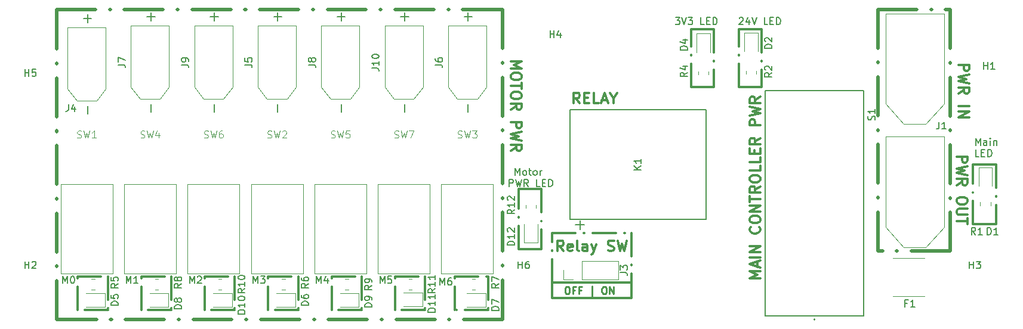
<source format=gbr>
%TF.GenerationSoftware,KiCad,Pcbnew,8.0.8*%
%TF.CreationDate,2025-01-18T19:00:11-08:00*%
%TF.ProjectId,Power_PCB,506f7765-725f-4504-9342-2e6b69636164,rev?*%
%TF.SameCoordinates,Original*%
%TF.FileFunction,Legend,Top*%
%TF.FilePolarity,Positive*%
%FSLAX46Y46*%
G04 Gerber Fmt 4.6, Leading zero omitted, Abs format (unit mm)*
G04 Created by KiCad (PCBNEW 8.0.8) date 2025-01-18 19:00:11*
%MOMM*%
%LPD*%
G01*
G04 APERTURE LIST*
%ADD10C,0.300000*%
%ADD11C,0.500000*%
%ADD12C,0.200000*%
%ADD13C,0.350000*%
%ADD14C,0.250000*%
%ADD15C,0.375000*%
%ADD16C,0.150000*%
%ADD17C,0.100000*%
%ADD18C,0.120000*%
%ADD19C,0.127000*%
%ADD20C,0.152400*%
G04 APERTURE END LIST*
D10*
X101250000Y-63500000D02*
X104500000Y-63500000D01*
X104500000Y-63500000D02*
X104500000Y-66800000D01*
X104500000Y-68000000D02*
X104500000Y-68060000D01*
X104500000Y-69260000D02*
X104500000Y-72000000D01*
X104500000Y-72000000D02*
X101250000Y-72000000D01*
X101250000Y-72000000D02*
X101250000Y-68700000D01*
X101250000Y-67500000D02*
X101250000Y-67440000D01*
X101250000Y-66240000D02*
X101250000Y-63500000D01*
X56750000Y-75875000D02*
X60050000Y-75875000D01*
X61000000Y-75875000D02*
X61000000Y-79175000D01*
X61000000Y-80375000D02*
X61000000Y-80435000D01*
X61000000Y-80625000D02*
X57700000Y-80625000D01*
X56750000Y-80625000D02*
X56750000Y-77325000D01*
X56750000Y-76125000D02*
X56750000Y-76065000D01*
X125750000Y-40750000D02*
X129000000Y-40750000D01*
X129000000Y-40750000D02*
X129000000Y-44050000D01*
X129000000Y-45250000D02*
X129000000Y-45310000D01*
X129000000Y-46510000D02*
X129000000Y-49000000D01*
X129000000Y-49000000D02*
X125750000Y-49000000D01*
X125750000Y-49000000D02*
X125750000Y-45700000D01*
X125750000Y-44500000D02*
X125750000Y-44440000D01*
X125750000Y-43240000D02*
X125750000Y-40750000D01*
X132500000Y-40750000D02*
X135750000Y-40750000D01*
X135750000Y-40750000D02*
X135750000Y-44050000D01*
X135750000Y-45250000D02*
X135750000Y-45310000D01*
X135750000Y-46510000D02*
X135750000Y-49000000D01*
X135750000Y-49000000D02*
X132500000Y-49000000D01*
X132500000Y-49000000D02*
X132500000Y-45700000D01*
X132500000Y-44500000D02*
X132500000Y-44440000D01*
X132500000Y-43240000D02*
X132500000Y-40750000D01*
D11*
X152250000Y-38000000D02*
X157750000Y-38000000D01*
X159750000Y-38000000D02*
X159850000Y-38000000D01*
X161850000Y-38000000D02*
X162500000Y-38000000D01*
X162500000Y-38000000D02*
X162500000Y-43500000D01*
X162500000Y-45500000D02*
X162500000Y-45600000D01*
X162500000Y-47600000D02*
X162500000Y-53100000D01*
X162500000Y-55100000D02*
X162500000Y-55200000D01*
X162500000Y-57200000D02*
X162500000Y-62700000D01*
X162500000Y-64700000D02*
X162500000Y-64800000D01*
X162500000Y-66800000D02*
X162500000Y-72250000D01*
X162500000Y-72250000D02*
X157000000Y-72250000D01*
X155000000Y-72250000D02*
X154900000Y-72250000D01*
X152900000Y-72250000D02*
X152250000Y-72250000D01*
X152250000Y-72250000D02*
X152250000Y-66750000D01*
X152250000Y-64750000D02*
X152250000Y-64650000D01*
X152250000Y-62650000D02*
X152250000Y-57150000D01*
X152250000Y-55150000D02*
X152250000Y-55050000D01*
X152250000Y-53050000D02*
X152250000Y-47550000D01*
X152250000Y-45550000D02*
X152250000Y-45450000D01*
X152250000Y-43450000D02*
X152250000Y-38000000D01*
D10*
X106000000Y-69750000D02*
X109300000Y-69750000D01*
X110500000Y-69750000D02*
X110560000Y-69750000D01*
X111760000Y-69750000D02*
X115060000Y-69750000D01*
X116260000Y-69750000D02*
X116320000Y-69750000D01*
X117250000Y-69750000D02*
X117250000Y-73050000D01*
X117250000Y-74250000D02*
X117250000Y-74310000D01*
X117250000Y-75510000D02*
X117250000Y-76750000D01*
X117250000Y-76750000D02*
X113950000Y-76750000D01*
X112750000Y-76750000D02*
X112690000Y-76750000D01*
X111490000Y-76750000D02*
X108190000Y-76750000D01*
X106990000Y-76750000D02*
X106930000Y-76750000D01*
X106000000Y-76750000D02*
X106000000Y-73450000D01*
X106000000Y-72250000D02*
X106000000Y-72190000D01*
X106000000Y-70990000D02*
X106000000Y-69750000D01*
D11*
X35750000Y-38000000D02*
X41250000Y-38000000D01*
X43250000Y-38000000D02*
X43350000Y-38000000D01*
X45350000Y-38000000D02*
X50850000Y-38000000D01*
X52850000Y-38000000D02*
X52950000Y-38000000D01*
X54950000Y-38000000D02*
X60450000Y-38000000D01*
X62450000Y-38000000D02*
X62550000Y-38000000D01*
X64550000Y-38000000D02*
X70050000Y-38000000D01*
X72050000Y-38000000D02*
X72150000Y-38000000D01*
X74150000Y-38000000D02*
X79650000Y-38000000D01*
X81650000Y-38000000D02*
X81750000Y-38000000D01*
X83750000Y-38000000D02*
X89250000Y-38000000D01*
X91250000Y-38000000D02*
X91350000Y-38000000D01*
X93350000Y-38000000D02*
X98850000Y-38000000D01*
X99000000Y-38000000D02*
X99000000Y-43500000D01*
X99000000Y-45500000D02*
X99000000Y-45600000D01*
X99000000Y-47600000D02*
X99000000Y-53100000D01*
X99000000Y-55100000D02*
X99000000Y-55200000D01*
X99000000Y-57200000D02*
X99000000Y-62700000D01*
X99000000Y-64700000D02*
X99000000Y-64800000D01*
X99000000Y-66800000D02*
X99000000Y-72300000D01*
X99000000Y-74300000D02*
X99000000Y-74400000D01*
X99000000Y-76400000D02*
X99000000Y-81900000D01*
X99000000Y-82000000D02*
X93500000Y-82000000D01*
X91500000Y-82000000D02*
X91400000Y-82000000D01*
X89400000Y-82000000D02*
X83900000Y-82000000D01*
X81900000Y-82000000D02*
X81800000Y-82000000D01*
X79800000Y-82000000D02*
X74300000Y-82000000D01*
X72300000Y-82000000D02*
X72200000Y-82000000D01*
X70200000Y-82000000D02*
X64700000Y-82000000D01*
X62700000Y-82000000D02*
X62600000Y-82000000D01*
X60600000Y-82000000D02*
X55100000Y-82000000D01*
X53100000Y-82000000D02*
X53000000Y-82000000D01*
X51000000Y-82000000D02*
X45500000Y-82000000D01*
X43500000Y-82000000D02*
X43400000Y-82000000D01*
X41400000Y-82000000D02*
X35900000Y-82000000D01*
X35750000Y-82000000D02*
X35750000Y-76500000D01*
X35750000Y-74500000D02*
X35750000Y-74400000D01*
X35750000Y-72400000D02*
X35750000Y-66900000D01*
X35750000Y-64900000D02*
X35750000Y-64800000D01*
X35750000Y-62800000D02*
X35750000Y-57300000D01*
X35750000Y-55300000D02*
X35750000Y-55200000D01*
X35750000Y-53200000D02*
X35750000Y-47700000D01*
X35750000Y-45700000D02*
X35750000Y-45600000D01*
X35750000Y-43600000D02*
X35750000Y-38100000D01*
D10*
X47750000Y-75875000D02*
X51050000Y-75875000D01*
X52000000Y-75875000D02*
X52000000Y-79175000D01*
X52000000Y-80375000D02*
X52000000Y-80435000D01*
X52000000Y-80625000D02*
X48700000Y-80625000D01*
X47750000Y-80625000D02*
X47750000Y-77325000D01*
X47750000Y-76125000D02*
X47750000Y-76065000D01*
X65750000Y-75875000D02*
X69050000Y-75875000D01*
X70000000Y-75875000D02*
X70000000Y-79175000D01*
X70000000Y-80375000D02*
X70000000Y-80435000D01*
X70000000Y-80625000D02*
X66700000Y-80625000D01*
X65750000Y-80625000D02*
X65750000Y-77325000D01*
X65750000Y-76125000D02*
X65750000Y-76065000D01*
X74750000Y-75875000D02*
X78050000Y-75875000D01*
X79000000Y-75875000D02*
X79000000Y-79175000D01*
X79000000Y-80375000D02*
X79000000Y-80435000D01*
X79000000Y-80625000D02*
X75700000Y-80625000D01*
X74750000Y-80625000D02*
X74750000Y-77325000D01*
X74750000Y-76125000D02*
X74750000Y-76065000D01*
X83750000Y-75875000D02*
X87050000Y-75875000D01*
X88000000Y-75875000D02*
X88000000Y-79175000D01*
X88000000Y-80375000D02*
X88000000Y-80435000D01*
X88000000Y-80625000D02*
X84700000Y-80625000D01*
X83750000Y-80625000D02*
X83750000Y-77325000D01*
X83750000Y-76125000D02*
X83750000Y-76065000D01*
X106000000Y-76750000D02*
X117250000Y-76750000D01*
X117250000Y-79000000D01*
X106000000Y-79000000D01*
X106000000Y-76750000D01*
X38750000Y-75875000D02*
X42050000Y-75875000D01*
X43000000Y-75875000D02*
X43000000Y-79175000D01*
X43000000Y-80375000D02*
X43000000Y-80435000D01*
X43000000Y-80625000D02*
X39700000Y-80625000D01*
X38750000Y-80625000D02*
X38750000Y-77325000D01*
X38750000Y-76125000D02*
X38750000Y-76065000D01*
X165750000Y-60000000D02*
X169000000Y-60000000D01*
X169000000Y-60000000D02*
X169000000Y-63300000D01*
X169000000Y-64500000D02*
X169000000Y-64560000D01*
X169000000Y-65760000D02*
X169000000Y-68500000D01*
X169000000Y-68500000D02*
X165750000Y-68500000D01*
X165750000Y-68500000D02*
X165750000Y-65200000D01*
X165750000Y-64000000D02*
X165750000Y-63940000D01*
X165750000Y-62740000D02*
X165750000Y-60000000D01*
X92250000Y-75875000D02*
X95550000Y-75875000D01*
X96750000Y-75875000D02*
X96810000Y-75875000D01*
X97000000Y-75875000D02*
X97000000Y-79175000D01*
X97000000Y-80375000D02*
X97000000Y-80435000D01*
X97000000Y-80625000D02*
X93700000Y-80625000D01*
X92500000Y-80625000D02*
X92440000Y-80625000D01*
X92250000Y-80625000D02*
X92250000Y-77325000D01*
X92250000Y-76125000D02*
X92250000Y-76065000D01*
D12*
X81619673Y-76867219D02*
X81619673Y-75867219D01*
X81619673Y-75867219D02*
X81953006Y-76581504D01*
X81953006Y-76581504D02*
X82286339Y-75867219D01*
X82286339Y-75867219D02*
X82286339Y-76867219D01*
X83238720Y-75867219D02*
X82762530Y-75867219D01*
X82762530Y-75867219D02*
X82714911Y-76343409D01*
X82714911Y-76343409D02*
X82762530Y-76295790D01*
X82762530Y-76295790D02*
X82857768Y-76248171D01*
X82857768Y-76248171D02*
X83095863Y-76248171D01*
X83095863Y-76248171D02*
X83191101Y-76295790D01*
X83191101Y-76295790D02*
X83238720Y-76343409D01*
X83238720Y-76343409D02*
X83286339Y-76438647D01*
X83286339Y-76438647D02*
X83286339Y-76676742D01*
X83286339Y-76676742D02*
X83238720Y-76771980D01*
X83238720Y-76771980D02*
X83191101Y-76819600D01*
X83191101Y-76819600D02*
X83095863Y-76867219D01*
X83095863Y-76867219D02*
X82857768Y-76867219D01*
X82857768Y-76867219D02*
X82762530Y-76819600D01*
X82762530Y-76819600D02*
X82714911Y-76771980D01*
X63619673Y-76867219D02*
X63619673Y-75867219D01*
X63619673Y-75867219D02*
X63953006Y-76581504D01*
X63953006Y-76581504D02*
X64286339Y-75867219D01*
X64286339Y-75867219D02*
X64286339Y-76867219D01*
X64667292Y-75867219D02*
X65286339Y-75867219D01*
X65286339Y-75867219D02*
X64953006Y-76248171D01*
X64953006Y-76248171D02*
X65095863Y-76248171D01*
X65095863Y-76248171D02*
X65191101Y-76295790D01*
X65191101Y-76295790D02*
X65238720Y-76343409D01*
X65238720Y-76343409D02*
X65286339Y-76438647D01*
X65286339Y-76438647D02*
X65286339Y-76676742D01*
X65286339Y-76676742D02*
X65238720Y-76771980D01*
X65238720Y-76771980D02*
X65191101Y-76819600D01*
X65191101Y-76819600D02*
X65095863Y-76867219D01*
X65095863Y-76867219D02*
X64810149Y-76867219D01*
X64810149Y-76867219D02*
X64714911Y-76819600D01*
X64714911Y-76819600D02*
X64667292Y-76771980D01*
D13*
X100201771Y-45337405D02*
X101701771Y-45337405D01*
X101701771Y-45337405D02*
X100630342Y-45837405D01*
X100630342Y-45837405D02*
X101701771Y-46337405D01*
X101701771Y-46337405D02*
X100201771Y-46337405D01*
X101701771Y-47337406D02*
X101701771Y-47623120D01*
X101701771Y-47623120D02*
X101630342Y-47765977D01*
X101630342Y-47765977D02*
X101487485Y-47908834D01*
X101487485Y-47908834D02*
X101201771Y-47980263D01*
X101201771Y-47980263D02*
X100701771Y-47980263D01*
X100701771Y-47980263D02*
X100416057Y-47908834D01*
X100416057Y-47908834D02*
X100273200Y-47765977D01*
X100273200Y-47765977D02*
X100201771Y-47623120D01*
X100201771Y-47623120D02*
X100201771Y-47337406D01*
X100201771Y-47337406D02*
X100273200Y-47194549D01*
X100273200Y-47194549D02*
X100416057Y-47051691D01*
X100416057Y-47051691D02*
X100701771Y-46980263D01*
X100701771Y-46980263D02*
X101201771Y-46980263D01*
X101201771Y-46980263D02*
X101487485Y-47051691D01*
X101487485Y-47051691D02*
X101630342Y-47194549D01*
X101630342Y-47194549D02*
X101701771Y-47337406D01*
X101701771Y-48408835D02*
X101701771Y-49265978D01*
X100201771Y-48837406D02*
X101701771Y-48837406D01*
X101701771Y-50051692D02*
X101701771Y-50337406D01*
X101701771Y-50337406D02*
X101630342Y-50480263D01*
X101630342Y-50480263D02*
X101487485Y-50623120D01*
X101487485Y-50623120D02*
X101201771Y-50694549D01*
X101201771Y-50694549D02*
X100701771Y-50694549D01*
X100701771Y-50694549D02*
X100416057Y-50623120D01*
X100416057Y-50623120D02*
X100273200Y-50480263D01*
X100273200Y-50480263D02*
X100201771Y-50337406D01*
X100201771Y-50337406D02*
X100201771Y-50051692D01*
X100201771Y-50051692D02*
X100273200Y-49908835D01*
X100273200Y-49908835D02*
X100416057Y-49765977D01*
X100416057Y-49765977D02*
X100701771Y-49694549D01*
X100701771Y-49694549D02*
X101201771Y-49694549D01*
X101201771Y-49694549D02*
X101487485Y-49765977D01*
X101487485Y-49765977D02*
X101630342Y-49908835D01*
X101630342Y-49908835D02*
X101701771Y-50051692D01*
X100201771Y-52194549D02*
X100916057Y-51694549D01*
X100201771Y-51337406D02*
X101701771Y-51337406D01*
X101701771Y-51337406D02*
X101701771Y-51908835D01*
X101701771Y-51908835D02*
X101630342Y-52051692D01*
X101630342Y-52051692D02*
X101558914Y-52123121D01*
X101558914Y-52123121D02*
X101416057Y-52194549D01*
X101416057Y-52194549D02*
X101201771Y-52194549D01*
X101201771Y-52194549D02*
X101058914Y-52123121D01*
X101058914Y-52123121D02*
X100987485Y-52051692D01*
X100987485Y-52051692D02*
X100916057Y-51908835D01*
X100916057Y-51908835D02*
X100916057Y-51337406D01*
X100201771Y-53980263D02*
X101701771Y-53980263D01*
X101701771Y-53980263D02*
X101701771Y-54551692D01*
X101701771Y-54551692D02*
X101630342Y-54694549D01*
X101630342Y-54694549D02*
X101558914Y-54765978D01*
X101558914Y-54765978D02*
X101416057Y-54837406D01*
X101416057Y-54837406D02*
X101201771Y-54837406D01*
X101201771Y-54837406D02*
X101058914Y-54765978D01*
X101058914Y-54765978D02*
X100987485Y-54694549D01*
X100987485Y-54694549D02*
X100916057Y-54551692D01*
X100916057Y-54551692D02*
X100916057Y-53980263D01*
X101701771Y-55337406D02*
X100201771Y-55694549D01*
X100201771Y-55694549D02*
X101273200Y-55980263D01*
X101273200Y-55980263D02*
X100201771Y-56265978D01*
X100201771Y-56265978D02*
X101701771Y-56623121D01*
X100201771Y-58051692D02*
X100916057Y-57551692D01*
X100201771Y-57194549D02*
X101701771Y-57194549D01*
X101701771Y-57194549D02*
X101701771Y-57765978D01*
X101701771Y-57765978D02*
X101630342Y-57908835D01*
X101630342Y-57908835D02*
X101558914Y-57980264D01*
X101558914Y-57980264D02*
X101416057Y-58051692D01*
X101416057Y-58051692D02*
X101201771Y-58051692D01*
X101201771Y-58051692D02*
X101058914Y-57980264D01*
X101058914Y-57980264D02*
X100987485Y-57908835D01*
X100987485Y-57908835D02*
X100916057Y-57765978D01*
X100916057Y-57765978D02*
X100916057Y-57194549D01*
D12*
X132572054Y-39212457D02*
X132619673Y-39164838D01*
X132619673Y-39164838D02*
X132714911Y-39117219D01*
X132714911Y-39117219D02*
X132953006Y-39117219D01*
X132953006Y-39117219D02*
X133048244Y-39164838D01*
X133048244Y-39164838D02*
X133095863Y-39212457D01*
X133095863Y-39212457D02*
X133143482Y-39307695D01*
X133143482Y-39307695D02*
X133143482Y-39402933D01*
X133143482Y-39402933D02*
X133095863Y-39545790D01*
X133095863Y-39545790D02*
X132524435Y-40117219D01*
X132524435Y-40117219D02*
X133143482Y-40117219D01*
X134000625Y-39450552D02*
X134000625Y-40117219D01*
X133762530Y-39069600D02*
X133524435Y-39783885D01*
X133524435Y-39783885D02*
X134143482Y-39783885D01*
X134381578Y-39117219D02*
X134714911Y-40117219D01*
X134714911Y-40117219D02*
X135048244Y-39117219D01*
X136619673Y-40117219D02*
X136143483Y-40117219D01*
X136143483Y-40117219D02*
X136143483Y-39117219D01*
X136953007Y-39593409D02*
X137286340Y-39593409D01*
X137429197Y-40117219D02*
X136953007Y-40117219D01*
X136953007Y-40117219D02*
X136953007Y-39117219D01*
X136953007Y-39117219D02*
X137429197Y-39117219D01*
X137857769Y-40117219D02*
X137857769Y-39117219D01*
X137857769Y-39117219D02*
X138095864Y-39117219D01*
X138095864Y-39117219D02*
X138238721Y-39164838D01*
X138238721Y-39164838D02*
X138333959Y-39260076D01*
X138333959Y-39260076D02*
X138381578Y-39355314D01*
X138381578Y-39355314D02*
X138429197Y-39545790D01*
X138429197Y-39545790D02*
X138429197Y-39688647D01*
X138429197Y-39688647D02*
X138381578Y-39879123D01*
X138381578Y-39879123D02*
X138333959Y-39974361D01*
X138333959Y-39974361D02*
X138238721Y-40069600D01*
X138238721Y-40069600D02*
X138095864Y-40117219D01*
X138095864Y-40117219D02*
X137857769Y-40117219D01*
X166119673Y-57257275D02*
X166119673Y-56257275D01*
X166119673Y-56257275D02*
X166453006Y-56971560D01*
X166453006Y-56971560D02*
X166786339Y-56257275D01*
X166786339Y-56257275D02*
X166786339Y-57257275D01*
X167691101Y-57257275D02*
X167691101Y-56733465D01*
X167691101Y-56733465D02*
X167643482Y-56638227D01*
X167643482Y-56638227D02*
X167548244Y-56590608D01*
X167548244Y-56590608D02*
X167357768Y-56590608D01*
X167357768Y-56590608D02*
X167262530Y-56638227D01*
X167691101Y-57209656D02*
X167595863Y-57257275D01*
X167595863Y-57257275D02*
X167357768Y-57257275D01*
X167357768Y-57257275D02*
X167262530Y-57209656D01*
X167262530Y-57209656D02*
X167214911Y-57114417D01*
X167214911Y-57114417D02*
X167214911Y-57019179D01*
X167214911Y-57019179D02*
X167262530Y-56923941D01*
X167262530Y-56923941D02*
X167357768Y-56876322D01*
X167357768Y-56876322D02*
X167595863Y-56876322D01*
X167595863Y-56876322D02*
X167691101Y-56828703D01*
X168167292Y-57257275D02*
X168167292Y-56590608D01*
X168167292Y-56257275D02*
X168119673Y-56304894D01*
X168119673Y-56304894D02*
X168167292Y-56352513D01*
X168167292Y-56352513D02*
X168214911Y-56304894D01*
X168214911Y-56304894D02*
X168167292Y-56257275D01*
X168167292Y-56257275D02*
X168167292Y-56352513D01*
X168643482Y-56590608D02*
X168643482Y-57257275D01*
X168643482Y-56685846D02*
X168691101Y-56638227D01*
X168691101Y-56638227D02*
X168786339Y-56590608D01*
X168786339Y-56590608D02*
X168929196Y-56590608D01*
X168929196Y-56590608D02*
X169024434Y-56638227D01*
X169024434Y-56638227D02*
X169072053Y-56733465D01*
X169072053Y-56733465D02*
X169072053Y-57257275D01*
X166595863Y-58867219D02*
X166119673Y-58867219D01*
X166119673Y-58867219D02*
X166119673Y-57867219D01*
X166929197Y-58343409D02*
X167262530Y-58343409D01*
X167405387Y-58867219D02*
X166929197Y-58867219D01*
X166929197Y-58867219D02*
X166929197Y-57867219D01*
X166929197Y-57867219D02*
X167405387Y-57867219D01*
X167833959Y-58867219D02*
X167833959Y-57867219D01*
X167833959Y-57867219D02*
X168072054Y-57867219D01*
X168072054Y-57867219D02*
X168214911Y-57914838D01*
X168214911Y-57914838D02*
X168310149Y-58010076D01*
X168310149Y-58010076D02*
X168357768Y-58105314D01*
X168357768Y-58105314D02*
X168405387Y-58295790D01*
X168405387Y-58295790D02*
X168405387Y-58438647D01*
X168405387Y-58438647D02*
X168357768Y-58629123D01*
X168357768Y-58629123D02*
X168310149Y-58724361D01*
X168310149Y-58724361D02*
X168214911Y-58819600D01*
X168214911Y-58819600D02*
X168072054Y-58867219D01*
X168072054Y-58867219D02*
X167833959Y-58867219D01*
X45619673Y-76867219D02*
X45619673Y-75867219D01*
X45619673Y-75867219D02*
X45953006Y-76581504D01*
X45953006Y-76581504D02*
X46286339Y-75867219D01*
X46286339Y-75867219D02*
X46286339Y-76867219D01*
X47286339Y-76867219D02*
X46714911Y-76867219D01*
X47000625Y-76867219D02*
X47000625Y-75867219D01*
X47000625Y-75867219D02*
X46905387Y-76010076D01*
X46905387Y-76010076D02*
X46810149Y-76105314D01*
X46810149Y-76105314D02*
X46714911Y-76152933D01*
X123524435Y-39117219D02*
X124143482Y-39117219D01*
X124143482Y-39117219D02*
X123810149Y-39498171D01*
X123810149Y-39498171D02*
X123953006Y-39498171D01*
X123953006Y-39498171D02*
X124048244Y-39545790D01*
X124048244Y-39545790D02*
X124095863Y-39593409D01*
X124095863Y-39593409D02*
X124143482Y-39688647D01*
X124143482Y-39688647D02*
X124143482Y-39926742D01*
X124143482Y-39926742D02*
X124095863Y-40021980D01*
X124095863Y-40021980D02*
X124048244Y-40069600D01*
X124048244Y-40069600D02*
X123953006Y-40117219D01*
X123953006Y-40117219D02*
X123667292Y-40117219D01*
X123667292Y-40117219D02*
X123572054Y-40069600D01*
X123572054Y-40069600D02*
X123524435Y-40021980D01*
X124429197Y-39117219D02*
X124762530Y-40117219D01*
X124762530Y-40117219D02*
X125095863Y-39117219D01*
X125333959Y-39117219D02*
X125953006Y-39117219D01*
X125953006Y-39117219D02*
X125619673Y-39498171D01*
X125619673Y-39498171D02*
X125762530Y-39498171D01*
X125762530Y-39498171D02*
X125857768Y-39545790D01*
X125857768Y-39545790D02*
X125905387Y-39593409D01*
X125905387Y-39593409D02*
X125953006Y-39688647D01*
X125953006Y-39688647D02*
X125953006Y-39926742D01*
X125953006Y-39926742D02*
X125905387Y-40021980D01*
X125905387Y-40021980D02*
X125857768Y-40069600D01*
X125857768Y-40069600D02*
X125762530Y-40117219D01*
X125762530Y-40117219D02*
X125476816Y-40117219D01*
X125476816Y-40117219D02*
X125381578Y-40069600D01*
X125381578Y-40069600D02*
X125333959Y-40021980D01*
X127619673Y-40117219D02*
X127143483Y-40117219D01*
X127143483Y-40117219D02*
X127143483Y-39117219D01*
X127953007Y-39593409D02*
X128286340Y-39593409D01*
X128429197Y-40117219D02*
X127953007Y-40117219D01*
X127953007Y-40117219D02*
X127953007Y-39117219D01*
X127953007Y-39117219D02*
X128429197Y-39117219D01*
X128857769Y-40117219D02*
X128857769Y-39117219D01*
X128857769Y-39117219D02*
X129095864Y-39117219D01*
X129095864Y-39117219D02*
X129238721Y-39164838D01*
X129238721Y-39164838D02*
X129333959Y-39260076D01*
X129333959Y-39260076D02*
X129381578Y-39355314D01*
X129381578Y-39355314D02*
X129429197Y-39545790D01*
X129429197Y-39545790D02*
X129429197Y-39688647D01*
X129429197Y-39688647D02*
X129381578Y-39879123D01*
X129381578Y-39879123D02*
X129333959Y-39974361D01*
X129333959Y-39974361D02*
X129238721Y-40069600D01*
X129238721Y-40069600D02*
X129095864Y-40117219D01*
X129095864Y-40117219D02*
X128857769Y-40117219D01*
D14*
X108093044Y-77364619D02*
X108283520Y-77364619D01*
X108283520Y-77364619D02*
X108378758Y-77412238D01*
X108378758Y-77412238D02*
X108473996Y-77507476D01*
X108473996Y-77507476D02*
X108521615Y-77697952D01*
X108521615Y-77697952D02*
X108521615Y-78031285D01*
X108521615Y-78031285D02*
X108473996Y-78221761D01*
X108473996Y-78221761D02*
X108378758Y-78317000D01*
X108378758Y-78317000D02*
X108283520Y-78364619D01*
X108283520Y-78364619D02*
X108093044Y-78364619D01*
X108093044Y-78364619D02*
X107997806Y-78317000D01*
X107997806Y-78317000D02*
X107902568Y-78221761D01*
X107902568Y-78221761D02*
X107854949Y-78031285D01*
X107854949Y-78031285D02*
X107854949Y-77697952D01*
X107854949Y-77697952D02*
X107902568Y-77507476D01*
X107902568Y-77507476D02*
X107997806Y-77412238D01*
X107997806Y-77412238D02*
X108093044Y-77364619D01*
X109283520Y-77840809D02*
X108950187Y-77840809D01*
X108950187Y-78364619D02*
X108950187Y-77364619D01*
X108950187Y-77364619D02*
X109426377Y-77364619D01*
X110140663Y-77840809D02*
X109807330Y-77840809D01*
X109807330Y-78364619D02*
X109807330Y-77364619D01*
X109807330Y-77364619D02*
X110283520Y-77364619D01*
X111664473Y-78697952D02*
X111664473Y-77269380D01*
X113331140Y-77364619D02*
X113521616Y-77364619D01*
X113521616Y-77364619D02*
X113616854Y-77412238D01*
X113616854Y-77412238D02*
X113712092Y-77507476D01*
X113712092Y-77507476D02*
X113759711Y-77697952D01*
X113759711Y-77697952D02*
X113759711Y-78031285D01*
X113759711Y-78031285D02*
X113712092Y-78221761D01*
X113712092Y-78221761D02*
X113616854Y-78317000D01*
X113616854Y-78317000D02*
X113521616Y-78364619D01*
X113521616Y-78364619D02*
X113331140Y-78364619D01*
X113331140Y-78364619D02*
X113235902Y-78317000D01*
X113235902Y-78317000D02*
X113140664Y-78221761D01*
X113140664Y-78221761D02*
X113093045Y-78031285D01*
X113093045Y-78031285D02*
X113093045Y-77697952D01*
X113093045Y-77697952D02*
X113140664Y-77507476D01*
X113140664Y-77507476D02*
X113235902Y-77412238D01*
X113235902Y-77412238D02*
X113331140Y-77364619D01*
X114188283Y-78364619D02*
X114188283Y-77364619D01*
X114188283Y-77364619D02*
X114759711Y-78364619D01*
X114759711Y-78364619D02*
X114759711Y-77364619D01*
D13*
X135548228Y-76162594D02*
X134048228Y-76162594D01*
X134048228Y-76162594D02*
X135119657Y-75662594D01*
X135119657Y-75662594D02*
X134048228Y-75162594D01*
X134048228Y-75162594D02*
X135548228Y-75162594D01*
X135119657Y-74519736D02*
X135119657Y-73805451D01*
X135548228Y-74662593D02*
X134048228Y-74162593D01*
X134048228Y-74162593D02*
X135548228Y-73662593D01*
X135548228Y-73162594D02*
X134048228Y-73162594D01*
X135548228Y-72448308D02*
X134048228Y-72448308D01*
X134048228Y-72448308D02*
X135548228Y-71591165D01*
X135548228Y-71591165D02*
X134048228Y-71591165D01*
X135405371Y-68876879D02*
X135476800Y-68948307D01*
X135476800Y-68948307D02*
X135548228Y-69162593D01*
X135548228Y-69162593D02*
X135548228Y-69305450D01*
X135548228Y-69305450D02*
X135476800Y-69519736D01*
X135476800Y-69519736D02*
X135333942Y-69662593D01*
X135333942Y-69662593D02*
X135191085Y-69734022D01*
X135191085Y-69734022D02*
X134905371Y-69805450D01*
X134905371Y-69805450D02*
X134691085Y-69805450D01*
X134691085Y-69805450D02*
X134405371Y-69734022D01*
X134405371Y-69734022D02*
X134262514Y-69662593D01*
X134262514Y-69662593D02*
X134119657Y-69519736D01*
X134119657Y-69519736D02*
X134048228Y-69305450D01*
X134048228Y-69305450D02*
X134048228Y-69162593D01*
X134048228Y-69162593D02*
X134119657Y-68948307D01*
X134119657Y-68948307D02*
X134191085Y-68876879D01*
X134048228Y-67948307D02*
X134048228Y-67662593D01*
X134048228Y-67662593D02*
X134119657Y-67519736D01*
X134119657Y-67519736D02*
X134262514Y-67376879D01*
X134262514Y-67376879D02*
X134548228Y-67305450D01*
X134548228Y-67305450D02*
X135048228Y-67305450D01*
X135048228Y-67305450D02*
X135333942Y-67376879D01*
X135333942Y-67376879D02*
X135476800Y-67519736D01*
X135476800Y-67519736D02*
X135548228Y-67662593D01*
X135548228Y-67662593D02*
X135548228Y-67948307D01*
X135548228Y-67948307D02*
X135476800Y-68091165D01*
X135476800Y-68091165D02*
X135333942Y-68234022D01*
X135333942Y-68234022D02*
X135048228Y-68305450D01*
X135048228Y-68305450D02*
X134548228Y-68305450D01*
X134548228Y-68305450D02*
X134262514Y-68234022D01*
X134262514Y-68234022D02*
X134119657Y-68091165D01*
X134119657Y-68091165D02*
X134048228Y-67948307D01*
X135548228Y-66662593D02*
X134048228Y-66662593D01*
X134048228Y-66662593D02*
X135548228Y-65805450D01*
X135548228Y-65805450D02*
X134048228Y-65805450D01*
X134048228Y-65305449D02*
X134048228Y-64448307D01*
X135548228Y-64876878D02*
X134048228Y-64876878D01*
X135548228Y-63091164D02*
X134833942Y-63591164D01*
X135548228Y-63948307D02*
X134048228Y-63948307D01*
X134048228Y-63948307D02*
X134048228Y-63376878D01*
X134048228Y-63376878D02*
X134119657Y-63234021D01*
X134119657Y-63234021D02*
X134191085Y-63162592D01*
X134191085Y-63162592D02*
X134333942Y-63091164D01*
X134333942Y-63091164D02*
X134548228Y-63091164D01*
X134548228Y-63091164D02*
X134691085Y-63162592D01*
X134691085Y-63162592D02*
X134762514Y-63234021D01*
X134762514Y-63234021D02*
X134833942Y-63376878D01*
X134833942Y-63376878D02*
X134833942Y-63948307D01*
X134048228Y-62162592D02*
X134048228Y-61876878D01*
X134048228Y-61876878D02*
X134119657Y-61734021D01*
X134119657Y-61734021D02*
X134262514Y-61591164D01*
X134262514Y-61591164D02*
X134548228Y-61519735D01*
X134548228Y-61519735D02*
X135048228Y-61519735D01*
X135048228Y-61519735D02*
X135333942Y-61591164D01*
X135333942Y-61591164D02*
X135476800Y-61734021D01*
X135476800Y-61734021D02*
X135548228Y-61876878D01*
X135548228Y-61876878D02*
X135548228Y-62162592D01*
X135548228Y-62162592D02*
X135476800Y-62305450D01*
X135476800Y-62305450D02*
X135333942Y-62448307D01*
X135333942Y-62448307D02*
X135048228Y-62519735D01*
X135048228Y-62519735D02*
X134548228Y-62519735D01*
X134548228Y-62519735D02*
X134262514Y-62448307D01*
X134262514Y-62448307D02*
X134119657Y-62305450D01*
X134119657Y-62305450D02*
X134048228Y-62162592D01*
X135548228Y-60162592D02*
X135548228Y-60876878D01*
X135548228Y-60876878D02*
X134048228Y-60876878D01*
X135548228Y-58948306D02*
X135548228Y-59662592D01*
X135548228Y-59662592D02*
X134048228Y-59662592D01*
X134762514Y-58448306D02*
X134762514Y-57948306D01*
X135548228Y-57734020D02*
X135548228Y-58448306D01*
X135548228Y-58448306D02*
X134048228Y-58448306D01*
X134048228Y-58448306D02*
X134048228Y-57734020D01*
X135548228Y-56234020D02*
X134833942Y-56734020D01*
X135548228Y-57091163D02*
X134048228Y-57091163D01*
X134048228Y-57091163D02*
X134048228Y-56519734D01*
X134048228Y-56519734D02*
X134119657Y-56376877D01*
X134119657Y-56376877D02*
X134191085Y-56305448D01*
X134191085Y-56305448D02*
X134333942Y-56234020D01*
X134333942Y-56234020D02*
X134548228Y-56234020D01*
X134548228Y-56234020D02*
X134691085Y-56305448D01*
X134691085Y-56305448D02*
X134762514Y-56376877D01*
X134762514Y-56376877D02*
X134833942Y-56519734D01*
X134833942Y-56519734D02*
X134833942Y-57091163D01*
X135548228Y-54448306D02*
X134048228Y-54448306D01*
X134048228Y-54448306D02*
X134048228Y-53876877D01*
X134048228Y-53876877D02*
X134119657Y-53734020D01*
X134119657Y-53734020D02*
X134191085Y-53662591D01*
X134191085Y-53662591D02*
X134333942Y-53591163D01*
X134333942Y-53591163D02*
X134548228Y-53591163D01*
X134548228Y-53591163D02*
X134691085Y-53662591D01*
X134691085Y-53662591D02*
X134762514Y-53734020D01*
X134762514Y-53734020D02*
X134833942Y-53876877D01*
X134833942Y-53876877D02*
X134833942Y-54448306D01*
X134048228Y-53091163D02*
X135548228Y-52734020D01*
X135548228Y-52734020D02*
X134476800Y-52448306D01*
X134476800Y-52448306D02*
X135548228Y-52162591D01*
X135548228Y-52162591D02*
X134048228Y-51805449D01*
X135548228Y-50376877D02*
X134833942Y-50876877D01*
X135548228Y-51234020D02*
X134048228Y-51234020D01*
X134048228Y-51234020D02*
X134048228Y-50662591D01*
X134048228Y-50662591D02*
X134119657Y-50519734D01*
X134119657Y-50519734D02*
X134191085Y-50448305D01*
X134191085Y-50448305D02*
X134333942Y-50376877D01*
X134333942Y-50376877D02*
X134548228Y-50376877D01*
X134548228Y-50376877D02*
X134691085Y-50448305D01*
X134691085Y-50448305D02*
X134762514Y-50519734D01*
X134762514Y-50519734D02*
X134833942Y-50662591D01*
X134833942Y-50662591D02*
X134833942Y-51234020D01*
D12*
X90119673Y-77117219D02*
X90119673Y-76117219D01*
X90119673Y-76117219D02*
X90453006Y-76831504D01*
X90453006Y-76831504D02*
X90786339Y-76117219D01*
X90786339Y-76117219D02*
X90786339Y-77117219D01*
X91691101Y-76117219D02*
X91500625Y-76117219D01*
X91500625Y-76117219D02*
X91405387Y-76164838D01*
X91405387Y-76164838D02*
X91357768Y-76212457D01*
X91357768Y-76212457D02*
X91262530Y-76355314D01*
X91262530Y-76355314D02*
X91214911Y-76545790D01*
X91214911Y-76545790D02*
X91214911Y-76926742D01*
X91214911Y-76926742D02*
X91262530Y-77021980D01*
X91262530Y-77021980D02*
X91310149Y-77069600D01*
X91310149Y-77069600D02*
X91405387Y-77117219D01*
X91405387Y-77117219D02*
X91595863Y-77117219D01*
X91595863Y-77117219D02*
X91691101Y-77069600D01*
X91691101Y-77069600D02*
X91738720Y-77021980D01*
X91738720Y-77021980D02*
X91786339Y-76926742D01*
X91786339Y-76926742D02*
X91786339Y-76688647D01*
X91786339Y-76688647D02*
X91738720Y-76593409D01*
X91738720Y-76593409D02*
X91691101Y-76545790D01*
X91691101Y-76545790D02*
X91595863Y-76498171D01*
X91595863Y-76498171D02*
X91405387Y-76498171D01*
X91405387Y-76498171D02*
X91310149Y-76545790D01*
X91310149Y-76545790D02*
X91262530Y-76593409D01*
X91262530Y-76593409D02*
X91214911Y-76688647D01*
X72619673Y-76867219D02*
X72619673Y-75867219D01*
X72619673Y-75867219D02*
X72953006Y-76581504D01*
X72953006Y-76581504D02*
X73286339Y-75867219D01*
X73286339Y-75867219D02*
X73286339Y-76867219D01*
X74191101Y-76200552D02*
X74191101Y-76867219D01*
X73953006Y-75819600D02*
X73714911Y-76533885D01*
X73714911Y-76533885D02*
X74333958Y-76533885D01*
D15*
X163703071Y-45853852D02*
X165203071Y-45853852D01*
X165203071Y-45853852D02*
X165203071Y-46425281D01*
X165203071Y-46425281D02*
X165131642Y-46568138D01*
X165131642Y-46568138D02*
X165060214Y-46639567D01*
X165060214Y-46639567D02*
X164917357Y-46710995D01*
X164917357Y-46710995D02*
X164703071Y-46710995D01*
X164703071Y-46710995D02*
X164560214Y-46639567D01*
X164560214Y-46639567D02*
X164488785Y-46568138D01*
X164488785Y-46568138D02*
X164417357Y-46425281D01*
X164417357Y-46425281D02*
X164417357Y-45853852D01*
X165203071Y-47210995D02*
X163703071Y-47568138D01*
X163703071Y-47568138D02*
X164774500Y-47853852D01*
X164774500Y-47853852D02*
X163703071Y-48139567D01*
X163703071Y-48139567D02*
X165203071Y-48496710D01*
X163703071Y-49925281D02*
X164417357Y-49425281D01*
X163703071Y-49068138D02*
X165203071Y-49068138D01*
X165203071Y-49068138D02*
X165203071Y-49639567D01*
X165203071Y-49639567D02*
X165131642Y-49782424D01*
X165131642Y-49782424D02*
X165060214Y-49853853D01*
X165060214Y-49853853D02*
X164917357Y-49925281D01*
X164917357Y-49925281D02*
X164703071Y-49925281D01*
X164703071Y-49925281D02*
X164560214Y-49853853D01*
X164560214Y-49853853D02*
X164488785Y-49782424D01*
X164488785Y-49782424D02*
X164417357Y-49639567D01*
X164417357Y-49639567D02*
X164417357Y-49068138D01*
X163703071Y-51710995D02*
X165203071Y-51710995D01*
X163703071Y-52425281D02*
X165203071Y-52425281D01*
X165203071Y-52425281D02*
X163703071Y-53282424D01*
X163703071Y-53282424D02*
X165203071Y-53282424D01*
D12*
X100785714Y-61507275D02*
X100785714Y-60507275D01*
X100785714Y-60507275D02*
X101119047Y-61221560D01*
X101119047Y-61221560D02*
X101452380Y-60507275D01*
X101452380Y-60507275D02*
X101452380Y-61507275D01*
X102071428Y-61507275D02*
X101976190Y-61459656D01*
X101976190Y-61459656D02*
X101928571Y-61412036D01*
X101928571Y-61412036D02*
X101880952Y-61316798D01*
X101880952Y-61316798D02*
X101880952Y-61031084D01*
X101880952Y-61031084D02*
X101928571Y-60935846D01*
X101928571Y-60935846D02*
X101976190Y-60888227D01*
X101976190Y-60888227D02*
X102071428Y-60840608D01*
X102071428Y-60840608D02*
X102214285Y-60840608D01*
X102214285Y-60840608D02*
X102309523Y-60888227D01*
X102309523Y-60888227D02*
X102357142Y-60935846D01*
X102357142Y-60935846D02*
X102404761Y-61031084D01*
X102404761Y-61031084D02*
X102404761Y-61316798D01*
X102404761Y-61316798D02*
X102357142Y-61412036D01*
X102357142Y-61412036D02*
X102309523Y-61459656D01*
X102309523Y-61459656D02*
X102214285Y-61507275D01*
X102214285Y-61507275D02*
X102071428Y-61507275D01*
X102690476Y-60840608D02*
X103071428Y-60840608D01*
X102833333Y-60507275D02*
X102833333Y-61364417D01*
X102833333Y-61364417D02*
X102880952Y-61459656D01*
X102880952Y-61459656D02*
X102976190Y-61507275D01*
X102976190Y-61507275D02*
X103071428Y-61507275D01*
X103547619Y-61507275D02*
X103452381Y-61459656D01*
X103452381Y-61459656D02*
X103404762Y-61412036D01*
X103404762Y-61412036D02*
X103357143Y-61316798D01*
X103357143Y-61316798D02*
X103357143Y-61031084D01*
X103357143Y-61031084D02*
X103404762Y-60935846D01*
X103404762Y-60935846D02*
X103452381Y-60888227D01*
X103452381Y-60888227D02*
X103547619Y-60840608D01*
X103547619Y-60840608D02*
X103690476Y-60840608D01*
X103690476Y-60840608D02*
X103785714Y-60888227D01*
X103785714Y-60888227D02*
X103833333Y-60935846D01*
X103833333Y-60935846D02*
X103880952Y-61031084D01*
X103880952Y-61031084D02*
X103880952Y-61316798D01*
X103880952Y-61316798D02*
X103833333Y-61412036D01*
X103833333Y-61412036D02*
X103785714Y-61459656D01*
X103785714Y-61459656D02*
X103690476Y-61507275D01*
X103690476Y-61507275D02*
X103547619Y-61507275D01*
X104309524Y-61507275D02*
X104309524Y-60840608D01*
X104309524Y-61031084D02*
X104357143Y-60935846D01*
X104357143Y-60935846D02*
X104404762Y-60888227D01*
X104404762Y-60888227D02*
X104500000Y-60840608D01*
X104500000Y-60840608D02*
X104595238Y-60840608D01*
X99928571Y-63117219D02*
X99928571Y-62117219D01*
X99928571Y-62117219D02*
X100309523Y-62117219D01*
X100309523Y-62117219D02*
X100404761Y-62164838D01*
X100404761Y-62164838D02*
X100452380Y-62212457D01*
X100452380Y-62212457D02*
X100499999Y-62307695D01*
X100499999Y-62307695D02*
X100499999Y-62450552D01*
X100499999Y-62450552D02*
X100452380Y-62545790D01*
X100452380Y-62545790D02*
X100404761Y-62593409D01*
X100404761Y-62593409D02*
X100309523Y-62641028D01*
X100309523Y-62641028D02*
X99928571Y-62641028D01*
X100833333Y-62117219D02*
X101071428Y-63117219D01*
X101071428Y-63117219D02*
X101261904Y-62402933D01*
X101261904Y-62402933D02*
X101452380Y-63117219D01*
X101452380Y-63117219D02*
X101690476Y-62117219D01*
X102642856Y-63117219D02*
X102309523Y-62641028D01*
X102071428Y-63117219D02*
X102071428Y-62117219D01*
X102071428Y-62117219D02*
X102452380Y-62117219D01*
X102452380Y-62117219D02*
X102547618Y-62164838D01*
X102547618Y-62164838D02*
X102595237Y-62212457D01*
X102595237Y-62212457D02*
X102642856Y-62307695D01*
X102642856Y-62307695D02*
X102642856Y-62450552D01*
X102642856Y-62450552D02*
X102595237Y-62545790D01*
X102595237Y-62545790D02*
X102547618Y-62593409D01*
X102547618Y-62593409D02*
X102452380Y-62641028D01*
X102452380Y-62641028D02*
X102071428Y-62641028D01*
X104309523Y-63117219D02*
X103833333Y-63117219D01*
X103833333Y-63117219D02*
X103833333Y-62117219D01*
X104642857Y-62593409D02*
X104976190Y-62593409D01*
X105119047Y-63117219D02*
X104642857Y-63117219D01*
X104642857Y-63117219D02*
X104642857Y-62117219D01*
X104642857Y-62117219D02*
X105119047Y-62117219D01*
X105547619Y-63117219D02*
X105547619Y-62117219D01*
X105547619Y-62117219D02*
X105785714Y-62117219D01*
X105785714Y-62117219D02*
X105928571Y-62164838D01*
X105928571Y-62164838D02*
X106023809Y-62260076D01*
X106023809Y-62260076D02*
X106071428Y-62355314D01*
X106071428Y-62355314D02*
X106119047Y-62545790D01*
X106119047Y-62545790D02*
X106119047Y-62688647D01*
X106119047Y-62688647D02*
X106071428Y-62879123D01*
X106071428Y-62879123D02*
X106023809Y-62974361D01*
X106023809Y-62974361D02*
X105928571Y-63069600D01*
X105928571Y-63069600D02*
X105785714Y-63117219D01*
X105785714Y-63117219D02*
X105547619Y-63117219D01*
D13*
X109944548Y-51298228D02*
X109444548Y-50583942D01*
X109087405Y-51298228D02*
X109087405Y-49798228D01*
X109087405Y-49798228D02*
X109658834Y-49798228D01*
X109658834Y-49798228D02*
X109801691Y-49869657D01*
X109801691Y-49869657D02*
X109873120Y-49941085D01*
X109873120Y-49941085D02*
X109944548Y-50083942D01*
X109944548Y-50083942D02*
X109944548Y-50298228D01*
X109944548Y-50298228D02*
X109873120Y-50441085D01*
X109873120Y-50441085D02*
X109801691Y-50512514D01*
X109801691Y-50512514D02*
X109658834Y-50583942D01*
X109658834Y-50583942D02*
X109087405Y-50583942D01*
X110587405Y-50512514D02*
X111087405Y-50512514D01*
X111301691Y-51298228D02*
X110587405Y-51298228D01*
X110587405Y-51298228D02*
X110587405Y-49798228D01*
X110587405Y-49798228D02*
X111301691Y-49798228D01*
X112658834Y-51298228D02*
X111944548Y-51298228D01*
X111944548Y-51298228D02*
X111944548Y-49798228D01*
X113087406Y-50869657D02*
X113801692Y-50869657D01*
X112944549Y-51298228D02*
X113444549Y-49798228D01*
X113444549Y-49798228D02*
X113944549Y-51298228D01*
X114730263Y-50583942D02*
X114730263Y-51298228D01*
X114230263Y-49798228D02*
X114730263Y-50583942D01*
X114730263Y-50583942D02*
X115230263Y-49798228D01*
D12*
X36619673Y-76867219D02*
X36619673Y-75867219D01*
X36619673Y-75867219D02*
X36953006Y-76581504D01*
X36953006Y-76581504D02*
X37286339Y-75867219D01*
X37286339Y-75867219D02*
X37286339Y-76867219D01*
X37953006Y-75867219D02*
X38048244Y-75867219D01*
X38048244Y-75867219D02*
X38143482Y-75914838D01*
X38143482Y-75914838D02*
X38191101Y-75962457D01*
X38191101Y-75962457D02*
X38238720Y-76057695D01*
X38238720Y-76057695D02*
X38286339Y-76248171D01*
X38286339Y-76248171D02*
X38286339Y-76486266D01*
X38286339Y-76486266D02*
X38238720Y-76676742D01*
X38238720Y-76676742D02*
X38191101Y-76771980D01*
X38191101Y-76771980D02*
X38143482Y-76819600D01*
X38143482Y-76819600D02*
X38048244Y-76867219D01*
X38048244Y-76867219D02*
X37953006Y-76867219D01*
X37953006Y-76867219D02*
X37857768Y-76819600D01*
X37857768Y-76819600D02*
X37810149Y-76771980D01*
X37810149Y-76771980D02*
X37762530Y-76676742D01*
X37762530Y-76676742D02*
X37714911Y-76486266D01*
X37714911Y-76486266D02*
X37714911Y-76248171D01*
X37714911Y-76248171D02*
X37762530Y-76057695D01*
X37762530Y-76057695D02*
X37810149Y-75962457D01*
X37810149Y-75962457D02*
X37857768Y-75914838D01*
X37857768Y-75914838D02*
X37953006Y-75867219D01*
D15*
X163453071Y-58853852D02*
X164953071Y-58853852D01*
X164953071Y-58853852D02*
X164953071Y-59425281D01*
X164953071Y-59425281D02*
X164881642Y-59568138D01*
X164881642Y-59568138D02*
X164810214Y-59639567D01*
X164810214Y-59639567D02*
X164667357Y-59710995D01*
X164667357Y-59710995D02*
X164453071Y-59710995D01*
X164453071Y-59710995D02*
X164310214Y-59639567D01*
X164310214Y-59639567D02*
X164238785Y-59568138D01*
X164238785Y-59568138D02*
X164167357Y-59425281D01*
X164167357Y-59425281D02*
X164167357Y-58853852D01*
X164953071Y-60210995D02*
X163453071Y-60568138D01*
X163453071Y-60568138D02*
X164524500Y-60853852D01*
X164524500Y-60853852D02*
X163453071Y-61139567D01*
X163453071Y-61139567D02*
X164953071Y-61496710D01*
X163453071Y-62925281D02*
X164167357Y-62425281D01*
X163453071Y-62068138D02*
X164953071Y-62068138D01*
X164953071Y-62068138D02*
X164953071Y-62639567D01*
X164953071Y-62639567D02*
X164881642Y-62782424D01*
X164881642Y-62782424D02*
X164810214Y-62853853D01*
X164810214Y-62853853D02*
X164667357Y-62925281D01*
X164667357Y-62925281D02*
X164453071Y-62925281D01*
X164453071Y-62925281D02*
X164310214Y-62853853D01*
X164310214Y-62853853D02*
X164238785Y-62782424D01*
X164238785Y-62782424D02*
X164167357Y-62639567D01*
X164167357Y-62639567D02*
X164167357Y-62068138D01*
X164953071Y-64996710D02*
X164953071Y-65282424D01*
X164953071Y-65282424D02*
X164881642Y-65425281D01*
X164881642Y-65425281D02*
X164738785Y-65568138D01*
X164738785Y-65568138D02*
X164453071Y-65639567D01*
X164453071Y-65639567D02*
X163953071Y-65639567D01*
X163953071Y-65639567D02*
X163667357Y-65568138D01*
X163667357Y-65568138D02*
X163524500Y-65425281D01*
X163524500Y-65425281D02*
X163453071Y-65282424D01*
X163453071Y-65282424D02*
X163453071Y-64996710D01*
X163453071Y-64996710D02*
X163524500Y-64853853D01*
X163524500Y-64853853D02*
X163667357Y-64710995D01*
X163667357Y-64710995D02*
X163953071Y-64639567D01*
X163953071Y-64639567D02*
X164453071Y-64639567D01*
X164453071Y-64639567D02*
X164738785Y-64710995D01*
X164738785Y-64710995D02*
X164881642Y-64853853D01*
X164881642Y-64853853D02*
X164953071Y-64996710D01*
X164953071Y-66282424D02*
X163738785Y-66282424D01*
X163738785Y-66282424D02*
X163595928Y-66353853D01*
X163595928Y-66353853D02*
X163524500Y-66425282D01*
X163524500Y-66425282D02*
X163453071Y-66568139D01*
X163453071Y-66568139D02*
X163453071Y-66853853D01*
X163453071Y-66853853D02*
X163524500Y-66996710D01*
X163524500Y-66996710D02*
X163595928Y-67068139D01*
X163595928Y-67068139D02*
X163738785Y-67139567D01*
X163738785Y-67139567D02*
X164953071Y-67139567D01*
X164953071Y-67639568D02*
X164953071Y-68496711D01*
X163453071Y-68068139D02*
X164953071Y-68068139D01*
D10*
X107661653Y-72300828D02*
X107161653Y-71586542D01*
X106804510Y-72300828D02*
X106804510Y-70800828D01*
X106804510Y-70800828D02*
X107375939Y-70800828D01*
X107375939Y-70800828D02*
X107518796Y-70872257D01*
X107518796Y-70872257D02*
X107590225Y-70943685D01*
X107590225Y-70943685D02*
X107661653Y-71086542D01*
X107661653Y-71086542D02*
X107661653Y-71300828D01*
X107661653Y-71300828D02*
X107590225Y-71443685D01*
X107590225Y-71443685D02*
X107518796Y-71515114D01*
X107518796Y-71515114D02*
X107375939Y-71586542D01*
X107375939Y-71586542D02*
X106804510Y-71586542D01*
X108875939Y-72229400D02*
X108733082Y-72300828D01*
X108733082Y-72300828D02*
X108447368Y-72300828D01*
X108447368Y-72300828D02*
X108304510Y-72229400D01*
X108304510Y-72229400D02*
X108233082Y-72086542D01*
X108233082Y-72086542D02*
X108233082Y-71515114D01*
X108233082Y-71515114D02*
X108304510Y-71372257D01*
X108304510Y-71372257D02*
X108447368Y-71300828D01*
X108447368Y-71300828D02*
X108733082Y-71300828D01*
X108733082Y-71300828D02*
X108875939Y-71372257D01*
X108875939Y-71372257D02*
X108947368Y-71515114D01*
X108947368Y-71515114D02*
X108947368Y-71657971D01*
X108947368Y-71657971D02*
X108233082Y-71800828D01*
X109804510Y-72300828D02*
X109661653Y-72229400D01*
X109661653Y-72229400D02*
X109590224Y-72086542D01*
X109590224Y-72086542D02*
X109590224Y-70800828D01*
X111018796Y-72300828D02*
X111018796Y-71515114D01*
X111018796Y-71515114D02*
X110947367Y-71372257D01*
X110947367Y-71372257D02*
X110804510Y-71300828D01*
X110804510Y-71300828D02*
X110518796Y-71300828D01*
X110518796Y-71300828D02*
X110375938Y-71372257D01*
X111018796Y-72229400D02*
X110875938Y-72300828D01*
X110875938Y-72300828D02*
X110518796Y-72300828D01*
X110518796Y-72300828D02*
X110375938Y-72229400D01*
X110375938Y-72229400D02*
X110304510Y-72086542D01*
X110304510Y-72086542D02*
X110304510Y-71943685D01*
X110304510Y-71943685D02*
X110375938Y-71800828D01*
X110375938Y-71800828D02*
X110518796Y-71729400D01*
X110518796Y-71729400D02*
X110875938Y-71729400D01*
X110875938Y-71729400D02*
X111018796Y-71657971D01*
X111590224Y-71300828D02*
X111947367Y-72300828D01*
X112304510Y-71300828D02*
X111947367Y-72300828D01*
X111947367Y-72300828D02*
X111804510Y-72657971D01*
X111804510Y-72657971D02*
X111733081Y-72729400D01*
X111733081Y-72729400D02*
X111590224Y-72800828D01*
X113947367Y-72229400D02*
X114161653Y-72300828D01*
X114161653Y-72300828D02*
X114518795Y-72300828D01*
X114518795Y-72300828D02*
X114661653Y-72229400D01*
X114661653Y-72229400D02*
X114733081Y-72157971D01*
X114733081Y-72157971D02*
X114804510Y-72015114D01*
X114804510Y-72015114D02*
X114804510Y-71872257D01*
X114804510Y-71872257D02*
X114733081Y-71729400D01*
X114733081Y-71729400D02*
X114661653Y-71657971D01*
X114661653Y-71657971D02*
X114518795Y-71586542D01*
X114518795Y-71586542D02*
X114233081Y-71515114D01*
X114233081Y-71515114D02*
X114090224Y-71443685D01*
X114090224Y-71443685D02*
X114018795Y-71372257D01*
X114018795Y-71372257D02*
X113947367Y-71229400D01*
X113947367Y-71229400D02*
X113947367Y-71086542D01*
X113947367Y-71086542D02*
X114018795Y-70943685D01*
X114018795Y-70943685D02*
X114090224Y-70872257D01*
X114090224Y-70872257D02*
X114233081Y-70800828D01*
X114233081Y-70800828D02*
X114590224Y-70800828D01*
X114590224Y-70800828D02*
X114804510Y-70872257D01*
X115304509Y-70800828D02*
X115661652Y-72300828D01*
X115661652Y-72300828D02*
X115947366Y-71229400D01*
X115947366Y-71229400D02*
X116233081Y-72300828D01*
X116233081Y-72300828D02*
X116590224Y-70800828D01*
D12*
X54619673Y-76867219D02*
X54619673Y-75867219D01*
X54619673Y-75867219D02*
X54953006Y-76581504D01*
X54953006Y-76581504D02*
X55286339Y-75867219D01*
X55286339Y-75867219D02*
X55286339Y-76867219D01*
X55714911Y-75962457D02*
X55762530Y-75914838D01*
X55762530Y-75914838D02*
X55857768Y-75867219D01*
X55857768Y-75867219D02*
X56095863Y-75867219D01*
X56095863Y-75867219D02*
X56191101Y-75914838D01*
X56191101Y-75914838D02*
X56238720Y-75962457D01*
X56238720Y-75962457D02*
X56286339Y-76057695D01*
X56286339Y-76057695D02*
X56286339Y-76152933D01*
X56286339Y-76152933D02*
X56238720Y-76295790D01*
X56238720Y-76295790D02*
X55667292Y-76867219D01*
X55667292Y-76867219D02*
X56286339Y-76867219D01*
D16*
X105738095Y-41954819D02*
X105738095Y-40954819D01*
X105738095Y-41431009D02*
X106309523Y-41431009D01*
X106309523Y-41954819D02*
X106309523Y-40954819D01*
X107214285Y-41288152D02*
X107214285Y-41954819D01*
X106976190Y-40907200D02*
X106738095Y-41621485D01*
X106738095Y-41621485D02*
X107357142Y-41621485D01*
X137204819Y-43488094D02*
X136204819Y-43488094D01*
X136204819Y-43488094D02*
X136204819Y-43249999D01*
X136204819Y-43249999D02*
X136252438Y-43107142D01*
X136252438Y-43107142D02*
X136347676Y-43011904D01*
X136347676Y-43011904D02*
X136442914Y-42964285D01*
X136442914Y-42964285D02*
X136633390Y-42916666D01*
X136633390Y-42916666D02*
X136776247Y-42916666D01*
X136776247Y-42916666D02*
X136966723Y-42964285D01*
X136966723Y-42964285D02*
X137061961Y-43011904D01*
X137061961Y-43011904D02*
X137157200Y-43107142D01*
X137157200Y-43107142D02*
X137204819Y-43249999D01*
X137204819Y-43249999D02*
X137204819Y-43488094D01*
X136300057Y-42535713D02*
X136252438Y-42488094D01*
X136252438Y-42488094D02*
X136204819Y-42392856D01*
X136204819Y-42392856D02*
X136204819Y-42154761D01*
X136204819Y-42154761D02*
X136252438Y-42059523D01*
X136252438Y-42059523D02*
X136300057Y-42011904D01*
X136300057Y-42011904D02*
X136395295Y-41964285D01*
X136395295Y-41964285D02*
X136490533Y-41964285D01*
X136490533Y-41964285D02*
X136633390Y-42011904D01*
X136633390Y-42011904D02*
X137204819Y-42583332D01*
X137204819Y-42583332D02*
X137204819Y-41964285D01*
X44454819Y-45833333D02*
X45169104Y-45833333D01*
X45169104Y-45833333D02*
X45311961Y-45880952D01*
X45311961Y-45880952D02*
X45407200Y-45976190D01*
X45407200Y-45976190D02*
X45454819Y-46119047D01*
X45454819Y-46119047D02*
X45454819Y-46214285D01*
X44454819Y-45452380D02*
X44454819Y-44785714D01*
X44454819Y-44785714D02*
X45454819Y-45214285D01*
X49114700Y-52571428D02*
X49114700Y-51428571D01*
X49114700Y-39571428D02*
X49114700Y-38428571D01*
X49686128Y-38999999D02*
X48543271Y-38999999D01*
X151792200Y-53686904D02*
X151839819Y-53544047D01*
X151839819Y-53544047D02*
X151839819Y-53305952D01*
X151839819Y-53305952D02*
X151792200Y-53210714D01*
X151792200Y-53210714D02*
X151744580Y-53163095D01*
X151744580Y-53163095D02*
X151649342Y-53115476D01*
X151649342Y-53115476D02*
X151554104Y-53115476D01*
X151554104Y-53115476D02*
X151458866Y-53163095D01*
X151458866Y-53163095D02*
X151411247Y-53210714D01*
X151411247Y-53210714D02*
X151363628Y-53305952D01*
X151363628Y-53305952D02*
X151316009Y-53496428D01*
X151316009Y-53496428D02*
X151268390Y-53591666D01*
X151268390Y-53591666D02*
X151220771Y-53639285D01*
X151220771Y-53639285D02*
X151125533Y-53686904D01*
X151125533Y-53686904D02*
X151030295Y-53686904D01*
X151030295Y-53686904D02*
X150935057Y-53639285D01*
X150935057Y-53639285D02*
X150887438Y-53591666D01*
X150887438Y-53591666D02*
X150839819Y-53496428D01*
X150839819Y-53496428D02*
X150839819Y-53258333D01*
X150839819Y-53258333D02*
X150887438Y-53115476D01*
X151839819Y-52163095D02*
X151839819Y-52734523D01*
X151839819Y-52448809D02*
X150839819Y-52448809D01*
X150839819Y-52448809D02*
X150982676Y-52544047D01*
X150982676Y-52544047D02*
X151077914Y-52639285D01*
X151077914Y-52639285D02*
X151125533Y-52734523D01*
X167238095Y-46454819D02*
X167238095Y-45454819D01*
X167238095Y-45931009D02*
X167809523Y-45931009D01*
X167809523Y-46454819D02*
X167809523Y-45454819D01*
X168809523Y-46454819D02*
X168238095Y-46454819D01*
X168523809Y-46454819D02*
X168523809Y-45454819D01*
X168523809Y-45454819D02*
X168428571Y-45597676D01*
X168428571Y-45597676D02*
X168333333Y-45692914D01*
X168333333Y-45692914D02*
X168238095Y-45740533D01*
X62454819Y-81214285D02*
X61454819Y-81214285D01*
X61454819Y-81214285D02*
X61454819Y-80976190D01*
X61454819Y-80976190D02*
X61502438Y-80833333D01*
X61502438Y-80833333D02*
X61597676Y-80738095D01*
X61597676Y-80738095D02*
X61692914Y-80690476D01*
X61692914Y-80690476D02*
X61883390Y-80642857D01*
X61883390Y-80642857D02*
X62026247Y-80642857D01*
X62026247Y-80642857D02*
X62216723Y-80690476D01*
X62216723Y-80690476D02*
X62311961Y-80738095D01*
X62311961Y-80738095D02*
X62407200Y-80833333D01*
X62407200Y-80833333D02*
X62454819Y-80976190D01*
X62454819Y-80976190D02*
X62454819Y-81214285D01*
X62454819Y-79690476D02*
X62454819Y-80261904D01*
X62454819Y-79976190D02*
X61454819Y-79976190D01*
X61454819Y-79976190D02*
X61597676Y-80071428D01*
X61597676Y-80071428D02*
X61692914Y-80166666D01*
X61692914Y-80166666D02*
X61740533Y-80261904D01*
X61454819Y-79071428D02*
X61454819Y-78976190D01*
X61454819Y-78976190D02*
X61502438Y-78880952D01*
X61502438Y-78880952D02*
X61550057Y-78833333D01*
X61550057Y-78833333D02*
X61645295Y-78785714D01*
X61645295Y-78785714D02*
X61835771Y-78738095D01*
X61835771Y-78738095D02*
X62073866Y-78738095D01*
X62073866Y-78738095D02*
X62264342Y-78785714D01*
X62264342Y-78785714D02*
X62359580Y-78833333D01*
X62359580Y-78833333D02*
X62407200Y-78880952D01*
X62407200Y-78880952D02*
X62454819Y-78976190D01*
X62454819Y-78976190D02*
X62454819Y-79071428D01*
X62454819Y-79071428D02*
X62407200Y-79166666D01*
X62407200Y-79166666D02*
X62359580Y-79214285D01*
X62359580Y-79214285D02*
X62264342Y-79261904D01*
X62264342Y-79261904D02*
X62073866Y-79309523D01*
X62073866Y-79309523D02*
X61835771Y-79309523D01*
X61835771Y-79309523D02*
X61645295Y-79261904D01*
X61645295Y-79261904D02*
X61550057Y-79214285D01*
X61550057Y-79214285D02*
X61502438Y-79166666D01*
X61502438Y-79166666D02*
X61454819Y-79071428D01*
X71454819Y-76916666D02*
X70978628Y-77249999D01*
X71454819Y-77488094D02*
X70454819Y-77488094D01*
X70454819Y-77488094D02*
X70454819Y-77107142D01*
X70454819Y-77107142D02*
X70502438Y-77011904D01*
X70502438Y-77011904D02*
X70550057Y-76964285D01*
X70550057Y-76964285D02*
X70645295Y-76916666D01*
X70645295Y-76916666D02*
X70788152Y-76916666D01*
X70788152Y-76916666D02*
X70883390Y-76964285D01*
X70883390Y-76964285D02*
X70931009Y-77011904D01*
X70931009Y-77011904D02*
X70978628Y-77107142D01*
X70978628Y-77107142D02*
X70978628Y-77488094D01*
X70454819Y-76059523D02*
X70454819Y-76249999D01*
X70454819Y-76249999D02*
X70502438Y-76345237D01*
X70502438Y-76345237D02*
X70550057Y-76392856D01*
X70550057Y-76392856D02*
X70692914Y-76488094D01*
X70692914Y-76488094D02*
X70883390Y-76535713D01*
X70883390Y-76535713D02*
X71264342Y-76535713D01*
X71264342Y-76535713D02*
X71359580Y-76488094D01*
X71359580Y-76488094D02*
X71407200Y-76440475D01*
X71407200Y-76440475D02*
X71454819Y-76345237D01*
X71454819Y-76345237D02*
X71454819Y-76154761D01*
X71454819Y-76154761D02*
X71407200Y-76059523D01*
X71407200Y-76059523D02*
X71359580Y-76011904D01*
X71359580Y-76011904D02*
X71264342Y-75964285D01*
X71264342Y-75964285D02*
X71026247Y-75964285D01*
X71026247Y-75964285D02*
X70931009Y-76011904D01*
X70931009Y-76011904D02*
X70883390Y-76059523D01*
X70883390Y-76059523D02*
X70835771Y-76154761D01*
X70835771Y-76154761D02*
X70835771Y-76345237D01*
X70835771Y-76345237D02*
X70883390Y-76440475D01*
X70883390Y-76440475D02*
X70931009Y-76488094D01*
X70931009Y-76488094D02*
X71026247Y-76535713D01*
D17*
X83666667Y-56159800D02*
X83809524Y-56207419D01*
X83809524Y-56207419D02*
X84047619Y-56207419D01*
X84047619Y-56207419D02*
X84142857Y-56159800D01*
X84142857Y-56159800D02*
X84190476Y-56112180D01*
X84190476Y-56112180D02*
X84238095Y-56016942D01*
X84238095Y-56016942D02*
X84238095Y-55921704D01*
X84238095Y-55921704D02*
X84190476Y-55826466D01*
X84190476Y-55826466D02*
X84142857Y-55778847D01*
X84142857Y-55778847D02*
X84047619Y-55731228D01*
X84047619Y-55731228D02*
X83857143Y-55683609D01*
X83857143Y-55683609D02*
X83761905Y-55635990D01*
X83761905Y-55635990D02*
X83714286Y-55588371D01*
X83714286Y-55588371D02*
X83666667Y-55493133D01*
X83666667Y-55493133D02*
X83666667Y-55397895D01*
X83666667Y-55397895D02*
X83714286Y-55302657D01*
X83714286Y-55302657D02*
X83761905Y-55255038D01*
X83761905Y-55255038D02*
X83857143Y-55207419D01*
X83857143Y-55207419D02*
X84095238Y-55207419D01*
X84095238Y-55207419D02*
X84238095Y-55255038D01*
X84571429Y-55207419D02*
X84809524Y-56207419D01*
X84809524Y-56207419D02*
X85000000Y-55493133D01*
X85000000Y-55493133D02*
X85190476Y-56207419D01*
X85190476Y-56207419D02*
X85428572Y-55207419D01*
X85714286Y-55207419D02*
X86380952Y-55207419D01*
X86380952Y-55207419D02*
X85952381Y-56207419D01*
D16*
X160916666Y-53954819D02*
X160916666Y-54669104D01*
X160916666Y-54669104D02*
X160869047Y-54811961D01*
X160869047Y-54811961D02*
X160773809Y-54907200D01*
X160773809Y-54907200D02*
X160630952Y-54954819D01*
X160630952Y-54954819D02*
X160535714Y-54954819D01*
X161916666Y-54954819D02*
X161345238Y-54954819D01*
X161630952Y-54954819D02*
X161630952Y-53954819D01*
X161630952Y-53954819D02*
X161535714Y-54097676D01*
X161535714Y-54097676D02*
X161440476Y-54192914D01*
X161440476Y-54192914D02*
X161345238Y-54240533D01*
X53454819Y-45833333D02*
X54169104Y-45833333D01*
X54169104Y-45833333D02*
X54311961Y-45880952D01*
X54311961Y-45880952D02*
X54407200Y-45976190D01*
X54407200Y-45976190D02*
X54454819Y-46119047D01*
X54454819Y-46119047D02*
X54454819Y-46214285D01*
X54454819Y-45309523D02*
X54454819Y-45119047D01*
X54454819Y-45119047D02*
X54407200Y-45023809D01*
X54407200Y-45023809D02*
X54359580Y-44976190D01*
X54359580Y-44976190D02*
X54216723Y-44880952D01*
X54216723Y-44880952D02*
X54026247Y-44833333D01*
X54026247Y-44833333D02*
X53645295Y-44833333D01*
X53645295Y-44833333D02*
X53550057Y-44880952D01*
X53550057Y-44880952D02*
X53502438Y-44928571D01*
X53502438Y-44928571D02*
X53454819Y-45023809D01*
X53454819Y-45023809D02*
X53454819Y-45214285D01*
X53454819Y-45214285D02*
X53502438Y-45309523D01*
X53502438Y-45309523D02*
X53550057Y-45357142D01*
X53550057Y-45357142D02*
X53645295Y-45404761D01*
X53645295Y-45404761D02*
X53883390Y-45404761D01*
X53883390Y-45404761D02*
X53978628Y-45357142D01*
X53978628Y-45357142D02*
X54026247Y-45309523D01*
X54026247Y-45309523D02*
X54073866Y-45214285D01*
X54073866Y-45214285D02*
X54073866Y-45023809D01*
X54073866Y-45023809D02*
X54026247Y-44928571D01*
X54026247Y-44928571D02*
X53978628Y-44880952D01*
X53978628Y-44880952D02*
X53883390Y-44833333D01*
X58114700Y-39571428D02*
X58114700Y-38428571D01*
X58686128Y-38999999D02*
X57543271Y-38999999D01*
X58114700Y-52571428D02*
X58114700Y-51428571D01*
D17*
X92666667Y-56159800D02*
X92809524Y-56207419D01*
X92809524Y-56207419D02*
X93047619Y-56207419D01*
X93047619Y-56207419D02*
X93142857Y-56159800D01*
X93142857Y-56159800D02*
X93190476Y-56112180D01*
X93190476Y-56112180D02*
X93238095Y-56016942D01*
X93238095Y-56016942D02*
X93238095Y-55921704D01*
X93238095Y-55921704D02*
X93190476Y-55826466D01*
X93190476Y-55826466D02*
X93142857Y-55778847D01*
X93142857Y-55778847D02*
X93047619Y-55731228D01*
X93047619Y-55731228D02*
X92857143Y-55683609D01*
X92857143Y-55683609D02*
X92761905Y-55635990D01*
X92761905Y-55635990D02*
X92714286Y-55588371D01*
X92714286Y-55588371D02*
X92666667Y-55493133D01*
X92666667Y-55493133D02*
X92666667Y-55397895D01*
X92666667Y-55397895D02*
X92714286Y-55302657D01*
X92714286Y-55302657D02*
X92761905Y-55255038D01*
X92761905Y-55255038D02*
X92857143Y-55207419D01*
X92857143Y-55207419D02*
X93095238Y-55207419D01*
X93095238Y-55207419D02*
X93238095Y-55255038D01*
X93571429Y-55207419D02*
X93809524Y-56207419D01*
X93809524Y-56207419D02*
X94000000Y-55493133D01*
X94000000Y-55493133D02*
X94190476Y-56207419D01*
X94190476Y-56207419D02*
X94428572Y-55207419D01*
X94714286Y-55207419D02*
X95333333Y-55207419D01*
X95333333Y-55207419D02*
X95000000Y-55588371D01*
X95000000Y-55588371D02*
X95142857Y-55588371D01*
X95142857Y-55588371D02*
X95238095Y-55635990D01*
X95238095Y-55635990D02*
X95285714Y-55683609D01*
X95285714Y-55683609D02*
X95333333Y-55778847D01*
X95333333Y-55778847D02*
X95333333Y-56016942D01*
X95333333Y-56016942D02*
X95285714Y-56112180D01*
X95285714Y-56112180D02*
X95238095Y-56159800D01*
X95238095Y-56159800D02*
X95142857Y-56207419D01*
X95142857Y-56207419D02*
X94857143Y-56207419D01*
X94857143Y-56207419D02*
X94761905Y-56159800D01*
X94761905Y-56159800D02*
X94714286Y-56112180D01*
D16*
X98454819Y-80738094D02*
X97454819Y-80738094D01*
X97454819Y-80738094D02*
X97454819Y-80499999D01*
X97454819Y-80499999D02*
X97502438Y-80357142D01*
X97502438Y-80357142D02*
X97597676Y-80261904D01*
X97597676Y-80261904D02*
X97692914Y-80214285D01*
X97692914Y-80214285D02*
X97883390Y-80166666D01*
X97883390Y-80166666D02*
X98026247Y-80166666D01*
X98026247Y-80166666D02*
X98216723Y-80214285D01*
X98216723Y-80214285D02*
X98311961Y-80261904D01*
X98311961Y-80261904D02*
X98407200Y-80357142D01*
X98407200Y-80357142D02*
X98454819Y-80499999D01*
X98454819Y-80499999D02*
X98454819Y-80738094D01*
X97454819Y-79833332D02*
X97454819Y-79166666D01*
X97454819Y-79166666D02*
X98454819Y-79595237D01*
X44454819Y-79988094D02*
X43454819Y-79988094D01*
X43454819Y-79988094D02*
X43454819Y-79749999D01*
X43454819Y-79749999D02*
X43502438Y-79607142D01*
X43502438Y-79607142D02*
X43597676Y-79511904D01*
X43597676Y-79511904D02*
X43692914Y-79464285D01*
X43692914Y-79464285D02*
X43883390Y-79416666D01*
X43883390Y-79416666D02*
X44026247Y-79416666D01*
X44026247Y-79416666D02*
X44216723Y-79464285D01*
X44216723Y-79464285D02*
X44311961Y-79511904D01*
X44311961Y-79511904D02*
X44407200Y-79607142D01*
X44407200Y-79607142D02*
X44454819Y-79749999D01*
X44454819Y-79749999D02*
X44454819Y-79988094D01*
X43454819Y-78511904D02*
X43454819Y-78988094D01*
X43454819Y-78988094D02*
X43931009Y-79035713D01*
X43931009Y-79035713D02*
X43883390Y-78988094D01*
X43883390Y-78988094D02*
X43835771Y-78892856D01*
X43835771Y-78892856D02*
X43835771Y-78654761D01*
X43835771Y-78654761D02*
X43883390Y-78559523D01*
X43883390Y-78559523D02*
X43931009Y-78511904D01*
X43931009Y-78511904D02*
X44026247Y-78464285D01*
X44026247Y-78464285D02*
X44264342Y-78464285D01*
X44264342Y-78464285D02*
X44359580Y-78511904D01*
X44359580Y-78511904D02*
X44407200Y-78559523D01*
X44407200Y-78559523D02*
X44454819Y-78654761D01*
X44454819Y-78654761D02*
X44454819Y-78892856D01*
X44454819Y-78892856D02*
X44407200Y-78988094D01*
X44407200Y-78988094D02*
X44359580Y-79035713D01*
X71454819Y-79988094D02*
X70454819Y-79988094D01*
X70454819Y-79988094D02*
X70454819Y-79749999D01*
X70454819Y-79749999D02*
X70502438Y-79607142D01*
X70502438Y-79607142D02*
X70597676Y-79511904D01*
X70597676Y-79511904D02*
X70692914Y-79464285D01*
X70692914Y-79464285D02*
X70883390Y-79416666D01*
X70883390Y-79416666D02*
X71026247Y-79416666D01*
X71026247Y-79416666D02*
X71216723Y-79464285D01*
X71216723Y-79464285D02*
X71311961Y-79511904D01*
X71311961Y-79511904D02*
X71407200Y-79607142D01*
X71407200Y-79607142D02*
X71454819Y-79749999D01*
X71454819Y-79749999D02*
X71454819Y-79988094D01*
X70454819Y-78559523D02*
X70454819Y-78749999D01*
X70454819Y-78749999D02*
X70502438Y-78845237D01*
X70502438Y-78845237D02*
X70550057Y-78892856D01*
X70550057Y-78892856D02*
X70692914Y-78988094D01*
X70692914Y-78988094D02*
X70883390Y-79035713D01*
X70883390Y-79035713D02*
X71264342Y-79035713D01*
X71264342Y-79035713D02*
X71359580Y-78988094D01*
X71359580Y-78988094D02*
X71407200Y-78940475D01*
X71407200Y-78940475D02*
X71454819Y-78845237D01*
X71454819Y-78845237D02*
X71454819Y-78654761D01*
X71454819Y-78654761D02*
X71407200Y-78559523D01*
X71407200Y-78559523D02*
X71359580Y-78511904D01*
X71359580Y-78511904D02*
X71264342Y-78464285D01*
X71264342Y-78464285D02*
X71026247Y-78464285D01*
X71026247Y-78464285D02*
X70931009Y-78511904D01*
X70931009Y-78511904D02*
X70883390Y-78559523D01*
X70883390Y-78559523D02*
X70835771Y-78654761D01*
X70835771Y-78654761D02*
X70835771Y-78845237D01*
X70835771Y-78845237D02*
X70883390Y-78940475D01*
X70883390Y-78940475D02*
X70931009Y-78988094D01*
X70931009Y-78988094D02*
X71026247Y-79035713D01*
X165238095Y-74754819D02*
X165238095Y-73754819D01*
X165238095Y-74231009D02*
X165809523Y-74231009D01*
X165809523Y-74754819D02*
X165809523Y-73754819D01*
X166190476Y-73754819D02*
X166809523Y-73754819D01*
X166809523Y-73754819D02*
X166476190Y-74135771D01*
X166476190Y-74135771D02*
X166619047Y-74135771D01*
X166619047Y-74135771D02*
X166714285Y-74183390D01*
X166714285Y-74183390D02*
X166761904Y-74231009D01*
X166761904Y-74231009D02*
X166809523Y-74326247D01*
X166809523Y-74326247D02*
X166809523Y-74564342D01*
X166809523Y-74564342D02*
X166761904Y-74659580D01*
X166761904Y-74659580D02*
X166714285Y-74707200D01*
X166714285Y-74707200D02*
X166619047Y-74754819D01*
X166619047Y-74754819D02*
X166333333Y-74754819D01*
X166333333Y-74754819D02*
X166238095Y-74707200D01*
X166238095Y-74707200D02*
X166190476Y-74659580D01*
X31238095Y-47454819D02*
X31238095Y-46454819D01*
X31238095Y-46931009D02*
X31809523Y-46931009D01*
X31809523Y-47454819D02*
X31809523Y-46454819D01*
X32761904Y-46454819D02*
X32285714Y-46454819D01*
X32285714Y-46454819D02*
X32238095Y-46931009D01*
X32238095Y-46931009D02*
X32285714Y-46883390D01*
X32285714Y-46883390D02*
X32380952Y-46835771D01*
X32380952Y-46835771D02*
X32619047Y-46835771D01*
X32619047Y-46835771D02*
X32714285Y-46883390D01*
X32714285Y-46883390D02*
X32761904Y-46931009D01*
X32761904Y-46931009D02*
X32809523Y-47026247D01*
X32809523Y-47026247D02*
X32809523Y-47264342D01*
X32809523Y-47264342D02*
X32761904Y-47359580D01*
X32761904Y-47359580D02*
X32714285Y-47407200D01*
X32714285Y-47407200D02*
X32619047Y-47454819D01*
X32619047Y-47454819D02*
X32380952Y-47454819D01*
X32380952Y-47454819D02*
X32285714Y-47407200D01*
X32285714Y-47407200D02*
X32238095Y-47359580D01*
X125204819Y-43738094D02*
X124204819Y-43738094D01*
X124204819Y-43738094D02*
X124204819Y-43499999D01*
X124204819Y-43499999D02*
X124252438Y-43357142D01*
X124252438Y-43357142D02*
X124347676Y-43261904D01*
X124347676Y-43261904D02*
X124442914Y-43214285D01*
X124442914Y-43214285D02*
X124633390Y-43166666D01*
X124633390Y-43166666D02*
X124776247Y-43166666D01*
X124776247Y-43166666D02*
X124966723Y-43214285D01*
X124966723Y-43214285D02*
X125061961Y-43261904D01*
X125061961Y-43261904D02*
X125157200Y-43357142D01*
X125157200Y-43357142D02*
X125204819Y-43499999D01*
X125204819Y-43499999D02*
X125204819Y-43738094D01*
X124538152Y-42309523D02*
X125204819Y-42309523D01*
X124157200Y-42547618D02*
X124871485Y-42785713D01*
X124871485Y-42785713D02*
X124871485Y-42166666D01*
X80454819Y-80238094D02*
X79454819Y-80238094D01*
X79454819Y-80238094D02*
X79454819Y-79999999D01*
X79454819Y-79999999D02*
X79502438Y-79857142D01*
X79502438Y-79857142D02*
X79597676Y-79761904D01*
X79597676Y-79761904D02*
X79692914Y-79714285D01*
X79692914Y-79714285D02*
X79883390Y-79666666D01*
X79883390Y-79666666D02*
X80026247Y-79666666D01*
X80026247Y-79666666D02*
X80216723Y-79714285D01*
X80216723Y-79714285D02*
X80311961Y-79761904D01*
X80311961Y-79761904D02*
X80407200Y-79857142D01*
X80407200Y-79857142D02*
X80454819Y-79999999D01*
X80454819Y-79999999D02*
X80454819Y-80238094D01*
X80454819Y-79190475D02*
X80454819Y-78999999D01*
X80454819Y-78999999D02*
X80407200Y-78904761D01*
X80407200Y-78904761D02*
X80359580Y-78857142D01*
X80359580Y-78857142D02*
X80216723Y-78761904D01*
X80216723Y-78761904D02*
X80026247Y-78714285D01*
X80026247Y-78714285D02*
X79645295Y-78714285D01*
X79645295Y-78714285D02*
X79550057Y-78761904D01*
X79550057Y-78761904D02*
X79502438Y-78809523D01*
X79502438Y-78809523D02*
X79454819Y-78904761D01*
X79454819Y-78904761D02*
X79454819Y-79095237D01*
X79454819Y-79095237D02*
X79502438Y-79190475D01*
X79502438Y-79190475D02*
X79550057Y-79238094D01*
X79550057Y-79238094D02*
X79645295Y-79285713D01*
X79645295Y-79285713D02*
X79883390Y-79285713D01*
X79883390Y-79285713D02*
X79978628Y-79238094D01*
X79978628Y-79238094D02*
X80026247Y-79190475D01*
X80026247Y-79190475D02*
X80073866Y-79095237D01*
X80073866Y-79095237D02*
X80073866Y-78904761D01*
X80073866Y-78904761D02*
X80026247Y-78809523D01*
X80026247Y-78809523D02*
X79978628Y-78761904D01*
X79978628Y-78761904D02*
X79883390Y-78714285D01*
D17*
X56666667Y-56159800D02*
X56809524Y-56207419D01*
X56809524Y-56207419D02*
X57047619Y-56207419D01*
X57047619Y-56207419D02*
X57142857Y-56159800D01*
X57142857Y-56159800D02*
X57190476Y-56112180D01*
X57190476Y-56112180D02*
X57238095Y-56016942D01*
X57238095Y-56016942D02*
X57238095Y-55921704D01*
X57238095Y-55921704D02*
X57190476Y-55826466D01*
X57190476Y-55826466D02*
X57142857Y-55778847D01*
X57142857Y-55778847D02*
X57047619Y-55731228D01*
X57047619Y-55731228D02*
X56857143Y-55683609D01*
X56857143Y-55683609D02*
X56761905Y-55635990D01*
X56761905Y-55635990D02*
X56714286Y-55588371D01*
X56714286Y-55588371D02*
X56666667Y-55493133D01*
X56666667Y-55493133D02*
X56666667Y-55397895D01*
X56666667Y-55397895D02*
X56714286Y-55302657D01*
X56714286Y-55302657D02*
X56761905Y-55255038D01*
X56761905Y-55255038D02*
X56857143Y-55207419D01*
X56857143Y-55207419D02*
X57095238Y-55207419D01*
X57095238Y-55207419D02*
X57238095Y-55255038D01*
X57571429Y-55207419D02*
X57809524Y-56207419D01*
X57809524Y-56207419D02*
X58000000Y-55493133D01*
X58000000Y-55493133D02*
X58190476Y-56207419D01*
X58190476Y-56207419D02*
X58428572Y-55207419D01*
X59238095Y-55207419D02*
X59047619Y-55207419D01*
X59047619Y-55207419D02*
X58952381Y-55255038D01*
X58952381Y-55255038D02*
X58904762Y-55302657D01*
X58904762Y-55302657D02*
X58809524Y-55445514D01*
X58809524Y-55445514D02*
X58761905Y-55635990D01*
X58761905Y-55635990D02*
X58761905Y-56016942D01*
X58761905Y-56016942D02*
X58809524Y-56112180D01*
X58809524Y-56112180D02*
X58857143Y-56159800D01*
X58857143Y-56159800D02*
X58952381Y-56207419D01*
X58952381Y-56207419D02*
X59142857Y-56207419D01*
X59142857Y-56207419D02*
X59238095Y-56159800D01*
X59238095Y-56159800D02*
X59285714Y-56112180D01*
X59285714Y-56112180D02*
X59333333Y-56016942D01*
X59333333Y-56016942D02*
X59333333Y-55778847D01*
X59333333Y-55778847D02*
X59285714Y-55683609D01*
X59285714Y-55683609D02*
X59238095Y-55635990D01*
X59238095Y-55635990D02*
X59142857Y-55588371D01*
X59142857Y-55588371D02*
X58952381Y-55588371D01*
X58952381Y-55588371D02*
X58857143Y-55635990D01*
X58857143Y-55635990D02*
X58809524Y-55683609D01*
X58809524Y-55683609D02*
X58761905Y-55778847D01*
D16*
X31238095Y-74754819D02*
X31238095Y-73754819D01*
X31238095Y-74231009D02*
X31809523Y-74231009D01*
X31809523Y-74754819D02*
X31809523Y-73754819D01*
X32238095Y-73850057D02*
X32285714Y-73802438D01*
X32285714Y-73802438D02*
X32380952Y-73754819D01*
X32380952Y-73754819D02*
X32619047Y-73754819D01*
X32619047Y-73754819D02*
X32714285Y-73802438D01*
X32714285Y-73802438D02*
X32761904Y-73850057D01*
X32761904Y-73850057D02*
X32809523Y-73945295D01*
X32809523Y-73945295D02*
X32809523Y-74040533D01*
X32809523Y-74040533D02*
X32761904Y-74183390D01*
X32761904Y-74183390D02*
X32190476Y-74754819D01*
X32190476Y-74754819D02*
X32809523Y-74754819D01*
X101238095Y-74754819D02*
X101238095Y-73754819D01*
X101238095Y-74231009D02*
X101809523Y-74231009D01*
X101809523Y-74754819D02*
X101809523Y-73754819D01*
X102714285Y-73754819D02*
X102523809Y-73754819D01*
X102523809Y-73754819D02*
X102428571Y-73802438D01*
X102428571Y-73802438D02*
X102380952Y-73850057D01*
X102380952Y-73850057D02*
X102285714Y-73992914D01*
X102285714Y-73992914D02*
X102238095Y-74183390D01*
X102238095Y-74183390D02*
X102238095Y-74564342D01*
X102238095Y-74564342D02*
X102285714Y-74659580D01*
X102285714Y-74659580D02*
X102333333Y-74707200D01*
X102333333Y-74707200D02*
X102428571Y-74754819D01*
X102428571Y-74754819D02*
X102619047Y-74754819D01*
X102619047Y-74754819D02*
X102714285Y-74707200D01*
X102714285Y-74707200D02*
X102761904Y-74659580D01*
X102761904Y-74659580D02*
X102809523Y-74564342D01*
X102809523Y-74564342D02*
X102809523Y-74326247D01*
X102809523Y-74326247D02*
X102761904Y-74231009D01*
X102761904Y-74231009D02*
X102714285Y-74183390D01*
X102714285Y-74183390D02*
X102619047Y-74135771D01*
X102619047Y-74135771D02*
X102428571Y-74135771D01*
X102428571Y-74135771D02*
X102333333Y-74183390D01*
X102333333Y-74183390D02*
X102285714Y-74231009D01*
X102285714Y-74231009D02*
X102238095Y-74326247D01*
X71454819Y-45833333D02*
X72169104Y-45833333D01*
X72169104Y-45833333D02*
X72311961Y-45880952D01*
X72311961Y-45880952D02*
X72407200Y-45976190D01*
X72407200Y-45976190D02*
X72454819Y-46119047D01*
X72454819Y-46119047D02*
X72454819Y-46214285D01*
X71883390Y-45214285D02*
X71835771Y-45309523D01*
X71835771Y-45309523D02*
X71788152Y-45357142D01*
X71788152Y-45357142D02*
X71692914Y-45404761D01*
X71692914Y-45404761D02*
X71645295Y-45404761D01*
X71645295Y-45404761D02*
X71550057Y-45357142D01*
X71550057Y-45357142D02*
X71502438Y-45309523D01*
X71502438Y-45309523D02*
X71454819Y-45214285D01*
X71454819Y-45214285D02*
X71454819Y-45023809D01*
X71454819Y-45023809D02*
X71502438Y-44928571D01*
X71502438Y-44928571D02*
X71550057Y-44880952D01*
X71550057Y-44880952D02*
X71645295Y-44833333D01*
X71645295Y-44833333D02*
X71692914Y-44833333D01*
X71692914Y-44833333D02*
X71788152Y-44880952D01*
X71788152Y-44880952D02*
X71835771Y-44928571D01*
X71835771Y-44928571D02*
X71883390Y-45023809D01*
X71883390Y-45023809D02*
X71883390Y-45214285D01*
X71883390Y-45214285D02*
X71931009Y-45309523D01*
X71931009Y-45309523D02*
X71978628Y-45357142D01*
X71978628Y-45357142D02*
X72073866Y-45404761D01*
X72073866Y-45404761D02*
X72264342Y-45404761D01*
X72264342Y-45404761D02*
X72359580Y-45357142D01*
X72359580Y-45357142D02*
X72407200Y-45309523D01*
X72407200Y-45309523D02*
X72454819Y-45214285D01*
X72454819Y-45214285D02*
X72454819Y-45023809D01*
X72454819Y-45023809D02*
X72407200Y-44928571D01*
X72407200Y-44928571D02*
X72359580Y-44880952D01*
X72359580Y-44880952D02*
X72264342Y-44833333D01*
X72264342Y-44833333D02*
X72073866Y-44833333D01*
X72073866Y-44833333D02*
X71978628Y-44880952D01*
X71978628Y-44880952D02*
X71931009Y-44928571D01*
X71931009Y-44928571D02*
X71883390Y-45023809D01*
X76114700Y-39571428D02*
X76114700Y-38428571D01*
X76686128Y-38999999D02*
X75543271Y-38999999D01*
X76114700Y-52571428D02*
X76114700Y-51428571D01*
D17*
X47666667Y-56159800D02*
X47809524Y-56207419D01*
X47809524Y-56207419D02*
X48047619Y-56207419D01*
X48047619Y-56207419D02*
X48142857Y-56159800D01*
X48142857Y-56159800D02*
X48190476Y-56112180D01*
X48190476Y-56112180D02*
X48238095Y-56016942D01*
X48238095Y-56016942D02*
X48238095Y-55921704D01*
X48238095Y-55921704D02*
X48190476Y-55826466D01*
X48190476Y-55826466D02*
X48142857Y-55778847D01*
X48142857Y-55778847D02*
X48047619Y-55731228D01*
X48047619Y-55731228D02*
X47857143Y-55683609D01*
X47857143Y-55683609D02*
X47761905Y-55635990D01*
X47761905Y-55635990D02*
X47714286Y-55588371D01*
X47714286Y-55588371D02*
X47666667Y-55493133D01*
X47666667Y-55493133D02*
X47666667Y-55397895D01*
X47666667Y-55397895D02*
X47714286Y-55302657D01*
X47714286Y-55302657D02*
X47761905Y-55255038D01*
X47761905Y-55255038D02*
X47857143Y-55207419D01*
X47857143Y-55207419D02*
X48095238Y-55207419D01*
X48095238Y-55207419D02*
X48238095Y-55255038D01*
X48571429Y-55207419D02*
X48809524Y-56207419D01*
X48809524Y-56207419D02*
X49000000Y-55493133D01*
X49000000Y-55493133D02*
X49190476Y-56207419D01*
X49190476Y-56207419D02*
X49428572Y-55207419D01*
X50238095Y-55540752D02*
X50238095Y-56207419D01*
X50000000Y-55159800D02*
X49761905Y-55874085D01*
X49761905Y-55874085D02*
X50380952Y-55874085D01*
D16*
X62454819Y-45833333D02*
X63169104Y-45833333D01*
X63169104Y-45833333D02*
X63311961Y-45880952D01*
X63311961Y-45880952D02*
X63407200Y-45976190D01*
X63407200Y-45976190D02*
X63454819Y-46119047D01*
X63454819Y-46119047D02*
X63454819Y-46214285D01*
X62454819Y-44880952D02*
X62454819Y-45357142D01*
X62454819Y-45357142D02*
X62931009Y-45404761D01*
X62931009Y-45404761D02*
X62883390Y-45357142D01*
X62883390Y-45357142D02*
X62835771Y-45261904D01*
X62835771Y-45261904D02*
X62835771Y-45023809D01*
X62835771Y-45023809D02*
X62883390Y-44928571D01*
X62883390Y-44928571D02*
X62931009Y-44880952D01*
X62931009Y-44880952D02*
X63026247Y-44833333D01*
X63026247Y-44833333D02*
X63264342Y-44833333D01*
X63264342Y-44833333D02*
X63359580Y-44880952D01*
X63359580Y-44880952D02*
X63407200Y-44928571D01*
X63407200Y-44928571D02*
X63454819Y-45023809D01*
X63454819Y-45023809D02*
X63454819Y-45261904D01*
X63454819Y-45261904D02*
X63407200Y-45357142D01*
X63407200Y-45357142D02*
X63359580Y-45404761D01*
X67114700Y-39571428D02*
X67114700Y-38428571D01*
X67686128Y-38999999D02*
X66543271Y-38999999D01*
X67114700Y-52571428D02*
X67114700Y-51428571D01*
X156416666Y-79681009D02*
X156083333Y-79681009D01*
X156083333Y-80204819D02*
X156083333Y-79204819D01*
X156083333Y-79204819D02*
X156559523Y-79204819D01*
X157464285Y-80204819D02*
X156892857Y-80204819D01*
X157178571Y-80204819D02*
X157178571Y-79204819D01*
X157178571Y-79204819D02*
X157083333Y-79347676D01*
X157083333Y-79347676D02*
X156988095Y-79442914D01*
X156988095Y-79442914D02*
X156892857Y-79490533D01*
X44454819Y-76916666D02*
X43978628Y-77249999D01*
X44454819Y-77488094D02*
X43454819Y-77488094D01*
X43454819Y-77488094D02*
X43454819Y-77107142D01*
X43454819Y-77107142D02*
X43502438Y-77011904D01*
X43502438Y-77011904D02*
X43550057Y-76964285D01*
X43550057Y-76964285D02*
X43645295Y-76916666D01*
X43645295Y-76916666D02*
X43788152Y-76916666D01*
X43788152Y-76916666D02*
X43883390Y-76964285D01*
X43883390Y-76964285D02*
X43931009Y-77011904D01*
X43931009Y-77011904D02*
X43978628Y-77107142D01*
X43978628Y-77107142D02*
X43978628Y-77488094D01*
X43454819Y-76011904D02*
X43454819Y-76488094D01*
X43454819Y-76488094D02*
X43931009Y-76535713D01*
X43931009Y-76535713D02*
X43883390Y-76488094D01*
X43883390Y-76488094D02*
X43835771Y-76392856D01*
X43835771Y-76392856D02*
X43835771Y-76154761D01*
X43835771Y-76154761D02*
X43883390Y-76059523D01*
X43883390Y-76059523D02*
X43931009Y-76011904D01*
X43931009Y-76011904D02*
X44026247Y-75964285D01*
X44026247Y-75964285D02*
X44264342Y-75964285D01*
X44264342Y-75964285D02*
X44359580Y-76011904D01*
X44359580Y-76011904D02*
X44407200Y-76059523D01*
X44407200Y-76059523D02*
X44454819Y-76154761D01*
X44454819Y-76154761D02*
X44454819Y-76392856D01*
X44454819Y-76392856D02*
X44407200Y-76488094D01*
X44407200Y-76488094D02*
X44359580Y-76535713D01*
X166083333Y-69954819D02*
X165750000Y-69478628D01*
X165511905Y-69954819D02*
X165511905Y-68954819D01*
X165511905Y-68954819D02*
X165892857Y-68954819D01*
X165892857Y-68954819D02*
X165988095Y-69002438D01*
X165988095Y-69002438D02*
X166035714Y-69050057D01*
X166035714Y-69050057D02*
X166083333Y-69145295D01*
X166083333Y-69145295D02*
X166083333Y-69288152D01*
X166083333Y-69288152D02*
X166035714Y-69383390D01*
X166035714Y-69383390D02*
X165988095Y-69431009D01*
X165988095Y-69431009D02*
X165892857Y-69478628D01*
X165892857Y-69478628D02*
X165511905Y-69478628D01*
X167035714Y-69954819D02*
X166464286Y-69954819D01*
X166750000Y-69954819D02*
X166750000Y-68954819D01*
X166750000Y-68954819D02*
X166654762Y-69097676D01*
X166654762Y-69097676D02*
X166559524Y-69192914D01*
X166559524Y-69192914D02*
X166464286Y-69240533D01*
X100704819Y-66392857D02*
X100228628Y-66726190D01*
X100704819Y-66964285D02*
X99704819Y-66964285D01*
X99704819Y-66964285D02*
X99704819Y-66583333D01*
X99704819Y-66583333D02*
X99752438Y-66488095D01*
X99752438Y-66488095D02*
X99800057Y-66440476D01*
X99800057Y-66440476D02*
X99895295Y-66392857D01*
X99895295Y-66392857D02*
X100038152Y-66392857D01*
X100038152Y-66392857D02*
X100133390Y-66440476D01*
X100133390Y-66440476D02*
X100181009Y-66488095D01*
X100181009Y-66488095D02*
X100228628Y-66583333D01*
X100228628Y-66583333D02*
X100228628Y-66964285D01*
X100704819Y-65440476D02*
X100704819Y-66011904D01*
X100704819Y-65726190D02*
X99704819Y-65726190D01*
X99704819Y-65726190D02*
X99847676Y-65821428D01*
X99847676Y-65821428D02*
X99942914Y-65916666D01*
X99942914Y-65916666D02*
X99990533Y-66011904D01*
X99800057Y-65059523D02*
X99752438Y-65011904D01*
X99752438Y-65011904D02*
X99704819Y-64916666D01*
X99704819Y-64916666D02*
X99704819Y-64678571D01*
X99704819Y-64678571D02*
X99752438Y-64583333D01*
X99752438Y-64583333D02*
X99800057Y-64535714D01*
X99800057Y-64535714D02*
X99895295Y-64488095D01*
X99895295Y-64488095D02*
X99990533Y-64488095D01*
X99990533Y-64488095D02*
X100133390Y-64535714D01*
X100133390Y-64535714D02*
X100704819Y-65107142D01*
X100704819Y-65107142D02*
X100704819Y-64488095D01*
X118654451Y-60738095D02*
X117654451Y-60738095D01*
X118654451Y-60166667D02*
X118083022Y-60595238D01*
X117654451Y-60166667D02*
X118225879Y-60738095D01*
X118654451Y-59214286D02*
X118654451Y-59785714D01*
X118654451Y-59500000D02*
X117654451Y-59500000D01*
X117654451Y-59500000D02*
X117797308Y-59595238D01*
X117797308Y-59595238D02*
X117892546Y-59690476D01*
X117892546Y-59690476D02*
X117940165Y-59785714D01*
X53454819Y-76916666D02*
X52978628Y-77249999D01*
X53454819Y-77488094D02*
X52454819Y-77488094D01*
X52454819Y-77488094D02*
X52454819Y-77107142D01*
X52454819Y-77107142D02*
X52502438Y-77011904D01*
X52502438Y-77011904D02*
X52550057Y-76964285D01*
X52550057Y-76964285D02*
X52645295Y-76916666D01*
X52645295Y-76916666D02*
X52788152Y-76916666D01*
X52788152Y-76916666D02*
X52883390Y-76964285D01*
X52883390Y-76964285D02*
X52931009Y-77011904D01*
X52931009Y-77011904D02*
X52978628Y-77107142D01*
X52978628Y-77107142D02*
X52978628Y-77488094D01*
X52883390Y-76345237D02*
X52835771Y-76440475D01*
X52835771Y-76440475D02*
X52788152Y-76488094D01*
X52788152Y-76488094D02*
X52692914Y-76535713D01*
X52692914Y-76535713D02*
X52645295Y-76535713D01*
X52645295Y-76535713D02*
X52550057Y-76488094D01*
X52550057Y-76488094D02*
X52502438Y-76440475D01*
X52502438Y-76440475D02*
X52454819Y-76345237D01*
X52454819Y-76345237D02*
X52454819Y-76154761D01*
X52454819Y-76154761D02*
X52502438Y-76059523D01*
X52502438Y-76059523D02*
X52550057Y-76011904D01*
X52550057Y-76011904D02*
X52645295Y-75964285D01*
X52645295Y-75964285D02*
X52692914Y-75964285D01*
X52692914Y-75964285D02*
X52788152Y-76011904D01*
X52788152Y-76011904D02*
X52835771Y-76059523D01*
X52835771Y-76059523D02*
X52883390Y-76154761D01*
X52883390Y-76154761D02*
X52883390Y-76345237D01*
X52883390Y-76345237D02*
X52931009Y-76440475D01*
X52931009Y-76440475D02*
X52978628Y-76488094D01*
X52978628Y-76488094D02*
X53073866Y-76535713D01*
X53073866Y-76535713D02*
X53264342Y-76535713D01*
X53264342Y-76535713D02*
X53359580Y-76488094D01*
X53359580Y-76488094D02*
X53407200Y-76440475D01*
X53407200Y-76440475D02*
X53454819Y-76345237D01*
X53454819Y-76345237D02*
X53454819Y-76154761D01*
X53454819Y-76154761D02*
X53407200Y-76059523D01*
X53407200Y-76059523D02*
X53359580Y-76011904D01*
X53359580Y-76011904D02*
X53264342Y-75964285D01*
X53264342Y-75964285D02*
X53073866Y-75964285D01*
X53073866Y-75964285D02*
X52978628Y-76011904D01*
X52978628Y-76011904D02*
X52931009Y-76059523D01*
X52931009Y-76059523D02*
X52883390Y-76154761D01*
D17*
X65666667Y-56159800D02*
X65809524Y-56207419D01*
X65809524Y-56207419D02*
X66047619Y-56207419D01*
X66047619Y-56207419D02*
X66142857Y-56159800D01*
X66142857Y-56159800D02*
X66190476Y-56112180D01*
X66190476Y-56112180D02*
X66238095Y-56016942D01*
X66238095Y-56016942D02*
X66238095Y-55921704D01*
X66238095Y-55921704D02*
X66190476Y-55826466D01*
X66190476Y-55826466D02*
X66142857Y-55778847D01*
X66142857Y-55778847D02*
X66047619Y-55731228D01*
X66047619Y-55731228D02*
X65857143Y-55683609D01*
X65857143Y-55683609D02*
X65761905Y-55635990D01*
X65761905Y-55635990D02*
X65714286Y-55588371D01*
X65714286Y-55588371D02*
X65666667Y-55493133D01*
X65666667Y-55493133D02*
X65666667Y-55397895D01*
X65666667Y-55397895D02*
X65714286Y-55302657D01*
X65714286Y-55302657D02*
X65761905Y-55255038D01*
X65761905Y-55255038D02*
X65857143Y-55207419D01*
X65857143Y-55207419D02*
X66095238Y-55207419D01*
X66095238Y-55207419D02*
X66238095Y-55255038D01*
X66571429Y-55207419D02*
X66809524Y-56207419D01*
X66809524Y-56207419D02*
X67000000Y-55493133D01*
X67000000Y-55493133D02*
X67190476Y-56207419D01*
X67190476Y-56207419D02*
X67428572Y-55207419D01*
X67761905Y-55302657D02*
X67809524Y-55255038D01*
X67809524Y-55255038D02*
X67904762Y-55207419D01*
X67904762Y-55207419D02*
X68142857Y-55207419D01*
X68142857Y-55207419D02*
X68238095Y-55255038D01*
X68238095Y-55255038D02*
X68285714Y-55302657D01*
X68285714Y-55302657D02*
X68333333Y-55397895D01*
X68333333Y-55397895D02*
X68333333Y-55493133D01*
X68333333Y-55493133D02*
X68285714Y-55635990D01*
X68285714Y-55635990D02*
X67714286Y-56207419D01*
X67714286Y-56207419D02*
X68333333Y-56207419D01*
D16*
X89454819Y-45833333D02*
X90169104Y-45833333D01*
X90169104Y-45833333D02*
X90311961Y-45880952D01*
X90311961Y-45880952D02*
X90407200Y-45976190D01*
X90407200Y-45976190D02*
X90454819Y-46119047D01*
X90454819Y-46119047D02*
X90454819Y-46214285D01*
X89454819Y-44928571D02*
X89454819Y-45119047D01*
X89454819Y-45119047D02*
X89502438Y-45214285D01*
X89502438Y-45214285D02*
X89550057Y-45261904D01*
X89550057Y-45261904D02*
X89692914Y-45357142D01*
X89692914Y-45357142D02*
X89883390Y-45404761D01*
X89883390Y-45404761D02*
X90264342Y-45404761D01*
X90264342Y-45404761D02*
X90359580Y-45357142D01*
X90359580Y-45357142D02*
X90407200Y-45309523D01*
X90407200Y-45309523D02*
X90454819Y-45214285D01*
X90454819Y-45214285D02*
X90454819Y-45023809D01*
X90454819Y-45023809D02*
X90407200Y-44928571D01*
X90407200Y-44928571D02*
X90359580Y-44880952D01*
X90359580Y-44880952D02*
X90264342Y-44833333D01*
X90264342Y-44833333D02*
X90026247Y-44833333D01*
X90026247Y-44833333D02*
X89931009Y-44880952D01*
X89931009Y-44880952D02*
X89883390Y-44928571D01*
X89883390Y-44928571D02*
X89835771Y-45023809D01*
X89835771Y-45023809D02*
X89835771Y-45214285D01*
X89835771Y-45214285D02*
X89883390Y-45309523D01*
X89883390Y-45309523D02*
X89931009Y-45357142D01*
X89931009Y-45357142D02*
X90026247Y-45404761D01*
X94114700Y-39571428D02*
X94114700Y-38428571D01*
X94686128Y-38999999D02*
X93543271Y-38999999D01*
X94114700Y-52571428D02*
X94114700Y-51428571D01*
X125204819Y-46916666D02*
X124728628Y-47249999D01*
X125204819Y-47488094D02*
X124204819Y-47488094D01*
X124204819Y-47488094D02*
X124204819Y-47107142D01*
X124204819Y-47107142D02*
X124252438Y-47011904D01*
X124252438Y-47011904D02*
X124300057Y-46964285D01*
X124300057Y-46964285D02*
X124395295Y-46916666D01*
X124395295Y-46916666D02*
X124538152Y-46916666D01*
X124538152Y-46916666D02*
X124633390Y-46964285D01*
X124633390Y-46964285D02*
X124681009Y-47011904D01*
X124681009Y-47011904D02*
X124728628Y-47107142D01*
X124728628Y-47107142D02*
X124728628Y-47488094D01*
X124538152Y-46059523D02*
X125204819Y-46059523D01*
X124157200Y-46297618D02*
X124871485Y-46535713D01*
X124871485Y-46535713D02*
X124871485Y-45916666D01*
X167761905Y-69954819D02*
X167761905Y-68954819D01*
X167761905Y-68954819D02*
X168000000Y-68954819D01*
X168000000Y-68954819D02*
X168142857Y-69002438D01*
X168142857Y-69002438D02*
X168238095Y-69097676D01*
X168238095Y-69097676D02*
X168285714Y-69192914D01*
X168285714Y-69192914D02*
X168333333Y-69383390D01*
X168333333Y-69383390D02*
X168333333Y-69526247D01*
X168333333Y-69526247D02*
X168285714Y-69716723D01*
X168285714Y-69716723D02*
X168238095Y-69811961D01*
X168238095Y-69811961D02*
X168142857Y-69907200D01*
X168142857Y-69907200D02*
X168000000Y-69954819D01*
X168000000Y-69954819D02*
X167761905Y-69954819D01*
X169285714Y-69954819D02*
X168714286Y-69954819D01*
X169000000Y-69954819D02*
X169000000Y-68954819D01*
X169000000Y-68954819D02*
X168904762Y-69097676D01*
X168904762Y-69097676D02*
X168809524Y-69192914D01*
X168809524Y-69192914D02*
X168714286Y-69240533D01*
X80454819Y-77166666D02*
X79978628Y-77499999D01*
X80454819Y-77738094D02*
X79454819Y-77738094D01*
X79454819Y-77738094D02*
X79454819Y-77357142D01*
X79454819Y-77357142D02*
X79502438Y-77261904D01*
X79502438Y-77261904D02*
X79550057Y-77214285D01*
X79550057Y-77214285D02*
X79645295Y-77166666D01*
X79645295Y-77166666D02*
X79788152Y-77166666D01*
X79788152Y-77166666D02*
X79883390Y-77214285D01*
X79883390Y-77214285D02*
X79931009Y-77261904D01*
X79931009Y-77261904D02*
X79978628Y-77357142D01*
X79978628Y-77357142D02*
X79978628Y-77738094D01*
X80454819Y-76690475D02*
X80454819Y-76499999D01*
X80454819Y-76499999D02*
X80407200Y-76404761D01*
X80407200Y-76404761D02*
X80359580Y-76357142D01*
X80359580Y-76357142D02*
X80216723Y-76261904D01*
X80216723Y-76261904D02*
X80026247Y-76214285D01*
X80026247Y-76214285D02*
X79645295Y-76214285D01*
X79645295Y-76214285D02*
X79550057Y-76261904D01*
X79550057Y-76261904D02*
X79502438Y-76309523D01*
X79502438Y-76309523D02*
X79454819Y-76404761D01*
X79454819Y-76404761D02*
X79454819Y-76595237D01*
X79454819Y-76595237D02*
X79502438Y-76690475D01*
X79502438Y-76690475D02*
X79550057Y-76738094D01*
X79550057Y-76738094D02*
X79645295Y-76785713D01*
X79645295Y-76785713D02*
X79883390Y-76785713D01*
X79883390Y-76785713D02*
X79978628Y-76738094D01*
X79978628Y-76738094D02*
X80026247Y-76690475D01*
X80026247Y-76690475D02*
X80073866Y-76595237D01*
X80073866Y-76595237D02*
X80073866Y-76404761D01*
X80073866Y-76404761D02*
X80026247Y-76309523D01*
X80026247Y-76309523D02*
X79978628Y-76261904D01*
X79978628Y-76261904D02*
X79883390Y-76214285D01*
X37416666Y-51454819D02*
X37416666Y-52169104D01*
X37416666Y-52169104D02*
X37369047Y-52311961D01*
X37369047Y-52311961D02*
X37273809Y-52407200D01*
X37273809Y-52407200D02*
X37130952Y-52454819D01*
X37130952Y-52454819D02*
X37035714Y-52454819D01*
X38321428Y-51788152D02*
X38321428Y-52454819D01*
X38083333Y-51407200D02*
X37845238Y-52121485D01*
X37845238Y-52121485D02*
X38464285Y-52121485D01*
X40114700Y-52821428D02*
X40114700Y-51678571D01*
X40114700Y-39821428D02*
X40114700Y-38678571D01*
X40686128Y-39249999D02*
X39543271Y-39249999D01*
X98454819Y-76916666D02*
X97978628Y-77249999D01*
X98454819Y-77488094D02*
X97454819Y-77488094D01*
X97454819Y-77488094D02*
X97454819Y-77107142D01*
X97454819Y-77107142D02*
X97502438Y-77011904D01*
X97502438Y-77011904D02*
X97550057Y-76964285D01*
X97550057Y-76964285D02*
X97645295Y-76916666D01*
X97645295Y-76916666D02*
X97788152Y-76916666D01*
X97788152Y-76916666D02*
X97883390Y-76964285D01*
X97883390Y-76964285D02*
X97931009Y-77011904D01*
X97931009Y-77011904D02*
X97978628Y-77107142D01*
X97978628Y-77107142D02*
X97978628Y-77488094D01*
X97454819Y-76583332D02*
X97454819Y-75916666D01*
X97454819Y-75916666D02*
X98454819Y-76345237D01*
X89454819Y-80964285D02*
X88454819Y-80964285D01*
X88454819Y-80964285D02*
X88454819Y-80726190D01*
X88454819Y-80726190D02*
X88502438Y-80583333D01*
X88502438Y-80583333D02*
X88597676Y-80488095D01*
X88597676Y-80488095D02*
X88692914Y-80440476D01*
X88692914Y-80440476D02*
X88883390Y-80392857D01*
X88883390Y-80392857D02*
X89026247Y-80392857D01*
X89026247Y-80392857D02*
X89216723Y-80440476D01*
X89216723Y-80440476D02*
X89311961Y-80488095D01*
X89311961Y-80488095D02*
X89407200Y-80583333D01*
X89407200Y-80583333D02*
X89454819Y-80726190D01*
X89454819Y-80726190D02*
X89454819Y-80964285D01*
X89454819Y-79440476D02*
X89454819Y-80011904D01*
X89454819Y-79726190D02*
X88454819Y-79726190D01*
X88454819Y-79726190D02*
X88597676Y-79821428D01*
X88597676Y-79821428D02*
X88692914Y-79916666D01*
X88692914Y-79916666D02*
X88740533Y-80011904D01*
X89454819Y-78488095D02*
X89454819Y-79059523D01*
X89454819Y-78773809D02*
X88454819Y-78773809D01*
X88454819Y-78773809D02*
X88597676Y-78869047D01*
X88597676Y-78869047D02*
X88692914Y-78964285D01*
X88692914Y-78964285D02*
X88740533Y-79059523D01*
D17*
X74666667Y-56159800D02*
X74809524Y-56207419D01*
X74809524Y-56207419D02*
X75047619Y-56207419D01*
X75047619Y-56207419D02*
X75142857Y-56159800D01*
X75142857Y-56159800D02*
X75190476Y-56112180D01*
X75190476Y-56112180D02*
X75238095Y-56016942D01*
X75238095Y-56016942D02*
X75238095Y-55921704D01*
X75238095Y-55921704D02*
X75190476Y-55826466D01*
X75190476Y-55826466D02*
X75142857Y-55778847D01*
X75142857Y-55778847D02*
X75047619Y-55731228D01*
X75047619Y-55731228D02*
X74857143Y-55683609D01*
X74857143Y-55683609D02*
X74761905Y-55635990D01*
X74761905Y-55635990D02*
X74714286Y-55588371D01*
X74714286Y-55588371D02*
X74666667Y-55493133D01*
X74666667Y-55493133D02*
X74666667Y-55397895D01*
X74666667Y-55397895D02*
X74714286Y-55302657D01*
X74714286Y-55302657D02*
X74761905Y-55255038D01*
X74761905Y-55255038D02*
X74857143Y-55207419D01*
X74857143Y-55207419D02*
X75095238Y-55207419D01*
X75095238Y-55207419D02*
X75238095Y-55255038D01*
X75571429Y-55207419D02*
X75809524Y-56207419D01*
X75809524Y-56207419D02*
X76000000Y-55493133D01*
X76000000Y-55493133D02*
X76190476Y-56207419D01*
X76190476Y-56207419D02*
X76428572Y-55207419D01*
X77285714Y-55207419D02*
X76809524Y-55207419D01*
X76809524Y-55207419D02*
X76761905Y-55683609D01*
X76761905Y-55683609D02*
X76809524Y-55635990D01*
X76809524Y-55635990D02*
X76904762Y-55588371D01*
X76904762Y-55588371D02*
X77142857Y-55588371D01*
X77142857Y-55588371D02*
X77238095Y-55635990D01*
X77238095Y-55635990D02*
X77285714Y-55683609D01*
X77285714Y-55683609D02*
X77333333Y-55778847D01*
X77333333Y-55778847D02*
X77333333Y-56016942D01*
X77333333Y-56016942D02*
X77285714Y-56112180D01*
X77285714Y-56112180D02*
X77238095Y-56159800D01*
X77238095Y-56159800D02*
X77142857Y-56207419D01*
X77142857Y-56207419D02*
X76904762Y-56207419D01*
X76904762Y-56207419D02*
X76809524Y-56159800D01*
X76809524Y-56159800D02*
X76761905Y-56112180D01*
D16*
X80454819Y-46309523D02*
X81169104Y-46309523D01*
X81169104Y-46309523D02*
X81311961Y-46357142D01*
X81311961Y-46357142D02*
X81407200Y-46452380D01*
X81407200Y-46452380D02*
X81454819Y-46595237D01*
X81454819Y-46595237D02*
X81454819Y-46690475D01*
X81454819Y-45309523D02*
X81454819Y-45880951D01*
X81454819Y-45595237D02*
X80454819Y-45595237D01*
X80454819Y-45595237D02*
X80597676Y-45690475D01*
X80597676Y-45690475D02*
X80692914Y-45785713D01*
X80692914Y-45785713D02*
X80740533Y-45880951D01*
X80454819Y-44690475D02*
X80454819Y-44595237D01*
X80454819Y-44595237D02*
X80502438Y-44499999D01*
X80502438Y-44499999D02*
X80550057Y-44452380D01*
X80550057Y-44452380D02*
X80645295Y-44404761D01*
X80645295Y-44404761D02*
X80835771Y-44357142D01*
X80835771Y-44357142D02*
X81073866Y-44357142D01*
X81073866Y-44357142D02*
X81264342Y-44404761D01*
X81264342Y-44404761D02*
X81359580Y-44452380D01*
X81359580Y-44452380D02*
X81407200Y-44499999D01*
X81407200Y-44499999D02*
X81454819Y-44595237D01*
X81454819Y-44595237D02*
X81454819Y-44690475D01*
X81454819Y-44690475D02*
X81407200Y-44785713D01*
X81407200Y-44785713D02*
X81359580Y-44833332D01*
X81359580Y-44833332D02*
X81264342Y-44880951D01*
X81264342Y-44880951D02*
X81073866Y-44928570D01*
X81073866Y-44928570D02*
X80835771Y-44928570D01*
X80835771Y-44928570D02*
X80645295Y-44880951D01*
X80645295Y-44880951D02*
X80550057Y-44833332D01*
X80550057Y-44833332D02*
X80502438Y-44785713D01*
X80502438Y-44785713D02*
X80454819Y-44690475D01*
X85114700Y-39571428D02*
X85114700Y-38428571D01*
X85686128Y-38999999D02*
X84543271Y-38999999D01*
X85114700Y-52571428D02*
X85114700Y-51428571D01*
D17*
X38666667Y-56159800D02*
X38809524Y-56207419D01*
X38809524Y-56207419D02*
X39047619Y-56207419D01*
X39047619Y-56207419D02*
X39142857Y-56159800D01*
X39142857Y-56159800D02*
X39190476Y-56112180D01*
X39190476Y-56112180D02*
X39238095Y-56016942D01*
X39238095Y-56016942D02*
X39238095Y-55921704D01*
X39238095Y-55921704D02*
X39190476Y-55826466D01*
X39190476Y-55826466D02*
X39142857Y-55778847D01*
X39142857Y-55778847D02*
X39047619Y-55731228D01*
X39047619Y-55731228D02*
X38857143Y-55683609D01*
X38857143Y-55683609D02*
X38761905Y-55635990D01*
X38761905Y-55635990D02*
X38714286Y-55588371D01*
X38714286Y-55588371D02*
X38666667Y-55493133D01*
X38666667Y-55493133D02*
X38666667Y-55397895D01*
X38666667Y-55397895D02*
X38714286Y-55302657D01*
X38714286Y-55302657D02*
X38761905Y-55255038D01*
X38761905Y-55255038D02*
X38857143Y-55207419D01*
X38857143Y-55207419D02*
X39095238Y-55207419D01*
X39095238Y-55207419D02*
X39238095Y-55255038D01*
X39571429Y-55207419D02*
X39809524Y-56207419D01*
X39809524Y-56207419D02*
X40000000Y-55493133D01*
X40000000Y-55493133D02*
X40190476Y-56207419D01*
X40190476Y-56207419D02*
X40428572Y-55207419D01*
X41333333Y-56207419D02*
X40761905Y-56207419D01*
X41047619Y-56207419D02*
X41047619Y-55207419D01*
X41047619Y-55207419D02*
X40952381Y-55350276D01*
X40952381Y-55350276D02*
X40857143Y-55445514D01*
X40857143Y-55445514D02*
X40761905Y-55493133D01*
D16*
X137204819Y-46939166D02*
X136728628Y-47272499D01*
X137204819Y-47510594D02*
X136204819Y-47510594D01*
X136204819Y-47510594D02*
X136204819Y-47129642D01*
X136204819Y-47129642D02*
X136252438Y-47034404D01*
X136252438Y-47034404D02*
X136300057Y-46986785D01*
X136300057Y-46986785D02*
X136395295Y-46939166D01*
X136395295Y-46939166D02*
X136538152Y-46939166D01*
X136538152Y-46939166D02*
X136633390Y-46986785D01*
X136633390Y-46986785D02*
X136681009Y-47034404D01*
X136681009Y-47034404D02*
X136728628Y-47129642D01*
X136728628Y-47129642D02*
X136728628Y-47510594D01*
X136300057Y-46558213D02*
X136252438Y-46510594D01*
X136252438Y-46510594D02*
X136204819Y-46415356D01*
X136204819Y-46415356D02*
X136204819Y-46177261D01*
X136204819Y-46177261D02*
X136252438Y-46082023D01*
X136252438Y-46082023D02*
X136300057Y-46034404D01*
X136300057Y-46034404D02*
X136395295Y-45986785D01*
X136395295Y-45986785D02*
X136490533Y-45986785D01*
X136490533Y-45986785D02*
X136633390Y-46034404D01*
X136633390Y-46034404D02*
X137204819Y-46605832D01*
X137204819Y-46605832D02*
X137204819Y-45986785D01*
X100704819Y-71464285D02*
X99704819Y-71464285D01*
X99704819Y-71464285D02*
X99704819Y-71226190D01*
X99704819Y-71226190D02*
X99752438Y-71083333D01*
X99752438Y-71083333D02*
X99847676Y-70988095D01*
X99847676Y-70988095D02*
X99942914Y-70940476D01*
X99942914Y-70940476D02*
X100133390Y-70892857D01*
X100133390Y-70892857D02*
X100276247Y-70892857D01*
X100276247Y-70892857D02*
X100466723Y-70940476D01*
X100466723Y-70940476D02*
X100561961Y-70988095D01*
X100561961Y-70988095D02*
X100657200Y-71083333D01*
X100657200Y-71083333D02*
X100704819Y-71226190D01*
X100704819Y-71226190D02*
X100704819Y-71464285D01*
X100704819Y-69940476D02*
X100704819Y-70511904D01*
X100704819Y-70226190D02*
X99704819Y-70226190D01*
X99704819Y-70226190D02*
X99847676Y-70321428D01*
X99847676Y-70321428D02*
X99942914Y-70416666D01*
X99942914Y-70416666D02*
X99990533Y-70511904D01*
X99800057Y-69559523D02*
X99752438Y-69511904D01*
X99752438Y-69511904D02*
X99704819Y-69416666D01*
X99704819Y-69416666D02*
X99704819Y-69178571D01*
X99704819Y-69178571D02*
X99752438Y-69083333D01*
X99752438Y-69083333D02*
X99800057Y-69035714D01*
X99800057Y-69035714D02*
X99895295Y-68988095D01*
X99895295Y-68988095D02*
X99990533Y-68988095D01*
X99990533Y-68988095D02*
X100133390Y-69035714D01*
X100133390Y-69035714D02*
X100704819Y-69607142D01*
X100704819Y-69607142D02*
X100704819Y-68988095D01*
X115704819Y-75333333D02*
X116419104Y-75333333D01*
X116419104Y-75333333D02*
X116561961Y-75380952D01*
X116561961Y-75380952D02*
X116657200Y-75476190D01*
X116657200Y-75476190D02*
X116704819Y-75619047D01*
X116704819Y-75619047D02*
X116704819Y-75714285D01*
X115704819Y-74952380D02*
X115704819Y-74333333D01*
X115704819Y-74333333D02*
X116085771Y-74666666D01*
X116085771Y-74666666D02*
X116085771Y-74523809D01*
X116085771Y-74523809D02*
X116133390Y-74428571D01*
X116133390Y-74428571D02*
X116181009Y-74380952D01*
X116181009Y-74380952D02*
X116276247Y-74333333D01*
X116276247Y-74333333D02*
X116514342Y-74333333D01*
X116514342Y-74333333D02*
X116609580Y-74380952D01*
X116609580Y-74380952D02*
X116657200Y-74428571D01*
X116657200Y-74428571D02*
X116704819Y-74523809D01*
X116704819Y-74523809D02*
X116704819Y-74809523D01*
X116704819Y-74809523D02*
X116657200Y-74904761D01*
X116657200Y-74904761D02*
X116609580Y-74952380D01*
X53454819Y-80488094D02*
X52454819Y-80488094D01*
X52454819Y-80488094D02*
X52454819Y-80249999D01*
X52454819Y-80249999D02*
X52502438Y-80107142D01*
X52502438Y-80107142D02*
X52597676Y-80011904D01*
X52597676Y-80011904D02*
X52692914Y-79964285D01*
X52692914Y-79964285D02*
X52883390Y-79916666D01*
X52883390Y-79916666D02*
X53026247Y-79916666D01*
X53026247Y-79916666D02*
X53216723Y-79964285D01*
X53216723Y-79964285D02*
X53311961Y-80011904D01*
X53311961Y-80011904D02*
X53407200Y-80107142D01*
X53407200Y-80107142D02*
X53454819Y-80249999D01*
X53454819Y-80249999D02*
X53454819Y-80488094D01*
X52883390Y-79345237D02*
X52835771Y-79440475D01*
X52835771Y-79440475D02*
X52788152Y-79488094D01*
X52788152Y-79488094D02*
X52692914Y-79535713D01*
X52692914Y-79535713D02*
X52645295Y-79535713D01*
X52645295Y-79535713D02*
X52550057Y-79488094D01*
X52550057Y-79488094D02*
X52502438Y-79440475D01*
X52502438Y-79440475D02*
X52454819Y-79345237D01*
X52454819Y-79345237D02*
X52454819Y-79154761D01*
X52454819Y-79154761D02*
X52502438Y-79059523D01*
X52502438Y-79059523D02*
X52550057Y-79011904D01*
X52550057Y-79011904D02*
X52645295Y-78964285D01*
X52645295Y-78964285D02*
X52692914Y-78964285D01*
X52692914Y-78964285D02*
X52788152Y-79011904D01*
X52788152Y-79011904D02*
X52835771Y-79059523D01*
X52835771Y-79059523D02*
X52883390Y-79154761D01*
X52883390Y-79154761D02*
X52883390Y-79345237D01*
X52883390Y-79345237D02*
X52931009Y-79440475D01*
X52931009Y-79440475D02*
X52978628Y-79488094D01*
X52978628Y-79488094D02*
X53073866Y-79535713D01*
X53073866Y-79535713D02*
X53264342Y-79535713D01*
X53264342Y-79535713D02*
X53359580Y-79488094D01*
X53359580Y-79488094D02*
X53407200Y-79440475D01*
X53407200Y-79440475D02*
X53454819Y-79345237D01*
X53454819Y-79345237D02*
X53454819Y-79154761D01*
X53454819Y-79154761D02*
X53407200Y-79059523D01*
X53407200Y-79059523D02*
X53359580Y-79011904D01*
X53359580Y-79011904D02*
X53264342Y-78964285D01*
X53264342Y-78964285D02*
X53073866Y-78964285D01*
X53073866Y-78964285D02*
X52978628Y-79011904D01*
X52978628Y-79011904D02*
X52931009Y-79059523D01*
X52931009Y-79059523D02*
X52883390Y-79154761D01*
X62454819Y-77642857D02*
X61978628Y-77976190D01*
X62454819Y-78214285D02*
X61454819Y-78214285D01*
X61454819Y-78214285D02*
X61454819Y-77833333D01*
X61454819Y-77833333D02*
X61502438Y-77738095D01*
X61502438Y-77738095D02*
X61550057Y-77690476D01*
X61550057Y-77690476D02*
X61645295Y-77642857D01*
X61645295Y-77642857D02*
X61788152Y-77642857D01*
X61788152Y-77642857D02*
X61883390Y-77690476D01*
X61883390Y-77690476D02*
X61931009Y-77738095D01*
X61931009Y-77738095D02*
X61978628Y-77833333D01*
X61978628Y-77833333D02*
X61978628Y-78214285D01*
X62454819Y-76690476D02*
X62454819Y-77261904D01*
X62454819Y-76976190D02*
X61454819Y-76976190D01*
X61454819Y-76976190D02*
X61597676Y-77071428D01*
X61597676Y-77071428D02*
X61692914Y-77166666D01*
X61692914Y-77166666D02*
X61740533Y-77261904D01*
X61454819Y-76071428D02*
X61454819Y-75976190D01*
X61454819Y-75976190D02*
X61502438Y-75880952D01*
X61502438Y-75880952D02*
X61550057Y-75833333D01*
X61550057Y-75833333D02*
X61645295Y-75785714D01*
X61645295Y-75785714D02*
X61835771Y-75738095D01*
X61835771Y-75738095D02*
X62073866Y-75738095D01*
X62073866Y-75738095D02*
X62264342Y-75785714D01*
X62264342Y-75785714D02*
X62359580Y-75833333D01*
X62359580Y-75833333D02*
X62407200Y-75880952D01*
X62407200Y-75880952D02*
X62454819Y-75976190D01*
X62454819Y-75976190D02*
X62454819Y-76071428D01*
X62454819Y-76071428D02*
X62407200Y-76166666D01*
X62407200Y-76166666D02*
X62359580Y-76214285D01*
X62359580Y-76214285D02*
X62264342Y-76261904D01*
X62264342Y-76261904D02*
X62073866Y-76309523D01*
X62073866Y-76309523D02*
X61835771Y-76309523D01*
X61835771Y-76309523D02*
X61645295Y-76261904D01*
X61645295Y-76261904D02*
X61550057Y-76214285D01*
X61550057Y-76214285D02*
X61502438Y-76166666D01*
X61502438Y-76166666D02*
X61454819Y-76071428D01*
X89454819Y-77642857D02*
X88978628Y-77976190D01*
X89454819Y-78214285D02*
X88454819Y-78214285D01*
X88454819Y-78214285D02*
X88454819Y-77833333D01*
X88454819Y-77833333D02*
X88502438Y-77738095D01*
X88502438Y-77738095D02*
X88550057Y-77690476D01*
X88550057Y-77690476D02*
X88645295Y-77642857D01*
X88645295Y-77642857D02*
X88788152Y-77642857D01*
X88788152Y-77642857D02*
X88883390Y-77690476D01*
X88883390Y-77690476D02*
X88931009Y-77738095D01*
X88931009Y-77738095D02*
X88978628Y-77833333D01*
X88978628Y-77833333D02*
X88978628Y-78214285D01*
X89454819Y-76690476D02*
X89454819Y-77261904D01*
X89454819Y-76976190D02*
X88454819Y-76976190D01*
X88454819Y-76976190D02*
X88597676Y-77071428D01*
X88597676Y-77071428D02*
X88692914Y-77166666D01*
X88692914Y-77166666D02*
X88740533Y-77261904D01*
X89454819Y-75738095D02*
X89454819Y-76309523D01*
X89454819Y-76023809D02*
X88454819Y-76023809D01*
X88454819Y-76023809D02*
X88597676Y-76119047D01*
X88597676Y-76119047D02*
X88692914Y-76214285D01*
X88692914Y-76214285D02*
X88740533Y-76309523D01*
D18*
%TO.C,D2*%
X133290000Y-41252500D02*
X133290000Y-43937500D01*
X135210000Y-41252500D02*
X133290000Y-41252500D01*
X135210000Y-43937500D02*
X135210000Y-41252500D01*
%TO.C,J7*%
X46290000Y-40290000D02*
X51710000Y-40290000D01*
X46290000Y-49010000D02*
X46290000Y-40290000D01*
X47590000Y-50710000D02*
X46290000Y-49010000D01*
X47590000Y-50710000D02*
X50410000Y-50710000D01*
X50410000Y-50710000D02*
X51710000Y-49010000D01*
X51710000Y-49010000D02*
X51710000Y-40290000D01*
%TO.C,J2*%
X153350000Y-56050000D02*
X153350000Y-68900000D01*
X153350000Y-68900000D02*
X155900000Y-71750000D01*
X155900000Y-71750000D02*
X159050000Y-71750000D01*
X159050000Y-71750000D02*
X161650000Y-68900000D01*
X161650000Y-56050000D02*
X153350000Y-56050000D01*
X161650000Y-68900000D02*
X161650000Y-56050000D01*
D19*
%TO.C,S1*%
X136250000Y-49500000D02*
X136250000Y-81500000D01*
X136250000Y-81500000D02*
X150250000Y-81500000D01*
X150250000Y-49500000D02*
X136250000Y-49500000D01*
X150250000Y-81500000D02*
X150250000Y-49500000D01*
D12*
X143350000Y-82000000D02*
G75*
G02*
X143150000Y-82000000I-100000J0D01*
G01*
X143150000Y-82000000D02*
G75*
G02*
X143350000Y-82000000I100000J0D01*
G01*
D18*
%TO.C,D10*%
X57937500Y-80210000D02*
X60622500Y-80210000D01*
X60622500Y-78290000D02*
X57937500Y-78290000D01*
X60622500Y-80210000D02*
X60622500Y-78290000D01*
%TO.C,R6*%
X68139564Y-76265000D02*
X67685436Y-76265000D01*
X68139564Y-77735000D02*
X67685436Y-77735000D01*
D17*
%TO.C,SW7*%
X81317000Y-62750000D02*
X85000000Y-62750000D01*
X81317000Y-75450000D02*
X81317000Y-62750000D01*
X85000000Y-62750000D02*
X88683000Y-62750000D01*
X85000000Y-75450000D02*
X81317000Y-75450000D01*
X88683000Y-62750000D02*
X88683000Y-75450000D01*
X88683000Y-75450000D02*
X85000000Y-75450000D01*
D18*
%TO.C,J1*%
X153350000Y-38550000D02*
X153350000Y-51400000D01*
X153350000Y-51400000D02*
X155900000Y-54250000D01*
X155900000Y-54250000D02*
X159050000Y-54250000D01*
X159050000Y-54250000D02*
X161650000Y-51400000D01*
X161650000Y-38550000D02*
X153350000Y-38550000D01*
X161650000Y-51400000D02*
X161650000Y-38550000D01*
%TO.C,J9*%
X55290000Y-40290000D02*
X60710000Y-40290000D01*
X55290000Y-49010000D02*
X55290000Y-40290000D01*
X56590000Y-50710000D02*
X55290000Y-49010000D01*
X56590000Y-50710000D02*
X59410000Y-50710000D01*
X59410000Y-50710000D02*
X60710000Y-49010000D01*
X60710000Y-49010000D02*
X60710000Y-40290000D01*
D17*
%TO.C,SW3*%
X90317000Y-62750000D02*
X94000000Y-62750000D01*
X90317000Y-75450000D02*
X90317000Y-62750000D01*
X94000000Y-62750000D02*
X97683000Y-62750000D01*
X94000000Y-75450000D02*
X90317000Y-75450000D01*
X97683000Y-62750000D02*
X97683000Y-75450000D01*
X97683000Y-75450000D02*
X94000000Y-75450000D01*
D18*
%TO.C,D7*%
X93937500Y-80210000D02*
X96622500Y-80210000D01*
X96622500Y-78290000D02*
X93937500Y-78290000D01*
X96622500Y-80210000D02*
X96622500Y-78290000D01*
%TO.C,D5*%
X39937500Y-80210000D02*
X42622500Y-80210000D01*
X42622500Y-78290000D02*
X39937500Y-78290000D01*
X42622500Y-80210000D02*
X42622500Y-78290000D01*
%TO.C,D6*%
X66937500Y-80210000D02*
X69622500Y-80210000D01*
X69622500Y-78290000D02*
X66937500Y-78290000D01*
X69622500Y-80210000D02*
X69622500Y-78290000D01*
%TO.C,D4*%
X126540000Y-41377500D02*
X126540000Y-44062500D01*
X128460000Y-41377500D02*
X126540000Y-41377500D01*
X128460000Y-44062500D02*
X128460000Y-41377500D01*
%TO.C,D9*%
X75937500Y-80210000D02*
X78622500Y-80210000D01*
X78622500Y-78290000D02*
X75937500Y-78290000D01*
X78622500Y-80210000D02*
X78622500Y-78290000D01*
D17*
%TO.C,SW6*%
X54317000Y-62750000D02*
X58000000Y-62750000D01*
X54317000Y-75450000D02*
X54317000Y-62750000D01*
X58000000Y-62750000D02*
X61683000Y-62750000D01*
X58000000Y-75450000D02*
X54317000Y-75450000D01*
X61683000Y-62750000D02*
X61683000Y-75450000D01*
X61683000Y-75450000D02*
X58000000Y-75450000D01*
D18*
%TO.C,J8*%
X73290000Y-40290000D02*
X78710000Y-40290000D01*
X73290000Y-49010000D02*
X73290000Y-40290000D01*
X74590000Y-50710000D02*
X73290000Y-49010000D01*
X74590000Y-50710000D02*
X77410000Y-50710000D01*
X77410000Y-50710000D02*
X78710000Y-49010000D01*
X78710000Y-49010000D02*
X78710000Y-40290000D01*
D17*
%TO.C,SW4*%
X45317000Y-62750000D02*
X49000000Y-62750000D01*
X45317000Y-75450000D02*
X45317000Y-62750000D01*
X49000000Y-62750000D02*
X52683000Y-62750000D01*
X49000000Y-75450000D02*
X45317000Y-75450000D01*
X52683000Y-62750000D02*
X52683000Y-75450000D01*
X52683000Y-75450000D02*
X49000000Y-75450000D01*
D18*
%TO.C,J5*%
X64290000Y-40290000D02*
X69710000Y-40290000D01*
X64290000Y-49010000D02*
X64290000Y-40290000D01*
X65590000Y-50710000D02*
X64290000Y-49010000D01*
X65590000Y-50710000D02*
X68410000Y-50710000D01*
X68410000Y-50710000D02*
X69710000Y-49010000D01*
X69710000Y-49010000D02*
X69710000Y-40290000D01*
%TO.C,F1*%
X154408748Y-73330000D02*
X158816252Y-73330000D01*
X154408748Y-78670000D02*
X158816252Y-78670000D01*
%TO.C,R5*%
X41139564Y-76265000D02*
X40685436Y-76265000D01*
X41139564Y-77735000D02*
X40685436Y-77735000D01*
%TO.C,R1*%
X166765000Y-65814564D02*
X166765000Y-65360436D01*
X168235000Y-65814564D02*
X168235000Y-65360436D01*
%TO.C,R12*%
X102265000Y-65710436D02*
X102265000Y-66164564D01*
X103735000Y-65710436D02*
X103735000Y-66164564D01*
D20*
%TO.C,K1*%
X108573032Y-52176801D02*
X108573032Y-67823201D01*
X108573032Y-52176801D02*
X127826232Y-52176801D01*
X108573032Y-67823201D02*
X127826232Y-67823201D01*
X109365004Y-68585201D02*
X110635004Y-68585201D01*
X110000004Y-69220201D02*
X110000004Y-67950201D01*
X127826232Y-52176801D02*
X127826232Y-67823201D01*
D18*
%TO.C,R8*%
X50139564Y-76265000D02*
X49685436Y-76265000D01*
X50139564Y-77735000D02*
X49685436Y-77735000D01*
D17*
%TO.C,SW2*%
X63317000Y-62750000D02*
X67000000Y-62750000D01*
X63317000Y-75450000D02*
X63317000Y-62750000D01*
X67000000Y-62750000D02*
X70683000Y-62750000D01*
X67000000Y-75450000D02*
X63317000Y-75450000D01*
X70683000Y-62750000D02*
X70683000Y-75450000D01*
X70683000Y-75450000D02*
X67000000Y-75450000D01*
D18*
%TO.C,J6*%
X91290000Y-40290000D02*
X96710000Y-40290000D01*
X91290000Y-49010000D02*
X91290000Y-40290000D01*
X92590000Y-50710000D02*
X91290000Y-49010000D01*
X92590000Y-50710000D02*
X95410000Y-50710000D01*
X95410000Y-50710000D02*
X96710000Y-49010000D01*
X96710000Y-49010000D02*
X96710000Y-40290000D01*
%TO.C,R4*%
X126765000Y-47227064D02*
X126765000Y-46772936D01*
X128235000Y-47227064D02*
X128235000Y-46772936D01*
%TO.C,D1*%
X166540000Y-60377500D02*
X166540000Y-63062500D01*
X168460000Y-60377500D02*
X166540000Y-60377500D01*
X168460000Y-63062500D02*
X168460000Y-60377500D01*
%TO.C,R9*%
X77139564Y-76265000D02*
X76685436Y-76265000D01*
X77139564Y-77735000D02*
X76685436Y-77735000D01*
%TO.C,J4*%
X37290000Y-40540000D02*
X42710000Y-40540000D01*
X37290000Y-49260000D02*
X37290000Y-40540000D01*
X38590000Y-50960000D02*
X37290000Y-49260000D01*
X38590000Y-50960000D02*
X41410000Y-50960000D01*
X41410000Y-50960000D02*
X42710000Y-49260000D01*
X42710000Y-49260000D02*
X42710000Y-40540000D01*
%TO.C,R7*%
X95139564Y-76265000D02*
X94685436Y-76265000D01*
X95139564Y-77735000D02*
X94685436Y-77735000D01*
%TO.C,D11*%
X84937500Y-80110000D02*
X87622500Y-80110000D01*
X87622500Y-78190000D02*
X84937500Y-78190000D01*
X87622500Y-80110000D02*
X87622500Y-78190000D01*
D17*
%TO.C,SW5*%
X72317000Y-62750000D02*
X76000000Y-62750000D01*
X72317000Y-75450000D02*
X72317000Y-62750000D01*
X76000000Y-62750000D02*
X79683000Y-62750000D01*
X76000000Y-75450000D02*
X72317000Y-75450000D01*
X79683000Y-62750000D02*
X79683000Y-75450000D01*
X79683000Y-75450000D02*
X76000000Y-75450000D01*
D18*
%TO.C,J10*%
X82290000Y-40290000D02*
X87710000Y-40290000D01*
X82290000Y-49010000D02*
X82290000Y-40290000D01*
X83590000Y-50710000D02*
X82290000Y-49010000D01*
X83590000Y-50710000D02*
X86410000Y-50710000D01*
X86410000Y-50710000D02*
X87710000Y-49010000D01*
X87710000Y-49010000D02*
X87710000Y-40290000D01*
D17*
%TO.C,SW1*%
X36317000Y-62750000D02*
X40000000Y-62750000D01*
X36317000Y-75450000D02*
X36317000Y-62750000D01*
X40000000Y-62750000D02*
X43683000Y-62750000D01*
X40000000Y-75450000D02*
X36317000Y-75450000D01*
X43683000Y-62750000D02*
X43683000Y-75450000D01*
X43683000Y-75450000D02*
X40000000Y-75450000D01*
D18*
%TO.C,R2*%
X133515000Y-47139564D02*
X133515000Y-46685436D01*
X134985000Y-47139564D02*
X134985000Y-46685436D01*
%TO.C,D12*%
X102040000Y-68437500D02*
X102040000Y-71122500D01*
X102040000Y-71122500D02*
X103960000Y-71122500D01*
X103960000Y-71122500D02*
X103960000Y-68437500D01*
%TO.C,J3*%
X107670000Y-76330000D02*
X107670000Y-75000000D01*
X109000000Y-76330000D02*
X107670000Y-76330000D01*
X110270000Y-73670000D02*
X115410000Y-73670000D01*
X110270000Y-76330000D02*
X110270000Y-73670000D01*
X110270000Y-76330000D02*
X115410000Y-76330000D01*
X115410000Y-76330000D02*
X115410000Y-73670000D01*
%TO.C,D8*%
X48937500Y-80210000D02*
X51622500Y-80210000D01*
X51622500Y-78290000D02*
X48937500Y-78290000D01*
X51622500Y-80210000D02*
X51622500Y-78290000D01*
%TO.C,R10*%
X59139564Y-76265000D02*
X58685436Y-76265000D01*
X59139564Y-77735000D02*
X58685436Y-77735000D01*
%TO.C,R11*%
X86139564Y-76265000D02*
X85685436Y-76265000D01*
X86139564Y-77735000D02*
X85685436Y-77735000D01*
%TD*%
M02*

</source>
